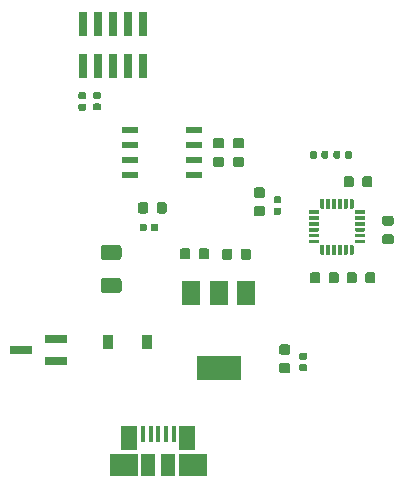
<source format=gbr>
G04 #@! TF.GenerationSoftware,KiCad,Pcbnew,(5.1.2-1)-1*
G04 #@! TF.CreationDate,2022-01-01T19:51:34+01:00*
G04 #@! TF.ProjectId,STM32G0_MPU6050_circle,53544d33-3247-4305-9f4d-505536303530,rev?*
G04 #@! TF.SameCoordinates,Original*
G04 #@! TF.FileFunction,Paste,Top*
G04 #@! TF.FilePolarity,Positive*
%FSLAX46Y46*%
G04 Gerber Fmt 4.6, Leading zero omitted, Abs format (unit mm)*
G04 Created by KiCad (PCBNEW (5.1.2-1)-1) date 2022-01-01 19:51:34*
%MOMM*%
%LPD*%
G04 APERTURE LIST*
%ADD10R,1.454899X0.532600*%
%ADD11C,0.100000*%
%ADD12C,0.300000*%
%ADD13C,0.590000*%
%ADD14C,0.875000*%
%ADD15R,0.900000X1.200000*%
%ADD16R,1.500000X2.000000*%
%ADD17R,3.800000X2.000000*%
%ADD18R,1.900000X0.800000*%
%ADD19R,0.750000X2.100000*%
%ADD20R,1.175000X1.900000*%
%ADD21R,2.375000X1.900000*%
%ADD22R,1.475000X2.100000*%
%ADD23R,0.450000X1.380000*%
%ADD24C,1.250000*%
G04 APERTURE END LIST*
D10*
X176511052Y-91354200D03*
X176511052Y-90084200D03*
X176511052Y-88814200D03*
X176511052Y-87544200D03*
X181953748Y-87544200D03*
X181953748Y-88814200D03*
X181953748Y-90084200D03*
X181953748Y-91354200D03*
D11*
G36*
X192473351Y-94334361D02*
G01*
X192480632Y-94335441D01*
X192487771Y-94337229D01*
X192494701Y-94339709D01*
X192501355Y-94342856D01*
X192507668Y-94346640D01*
X192513579Y-94351024D01*
X192519033Y-94355967D01*
X192523976Y-94361421D01*
X192528360Y-94367332D01*
X192532144Y-94373645D01*
X192535291Y-94380299D01*
X192537771Y-94387229D01*
X192539559Y-94394368D01*
X192540639Y-94401649D01*
X192541000Y-94409000D01*
X192541000Y-94559000D01*
X192540639Y-94566351D01*
X192539559Y-94573632D01*
X192537771Y-94580771D01*
X192535291Y-94587701D01*
X192532144Y-94594355D01*
X192528360Y-94600668D01*
X192523976Y-94606579D01*
X192519033Y-94612033D01*
X192513579Y-94616976D01*
X192507668Y-94621360D01*
X192501355Y-94625144D01*
X192494701Y-94628291D01*
X192487771Y-94630771D01*
X192480632Y-94632559D01*
X192473351Y-94633639D01*
X192466000Y-94634000D01*
X191766000Y-94634000D01*
X191758649Y-94633639D01*
X191751368Y-94632559D01*
X191744229Y-94630771D01*
X191737299Y-94628291D01*
X191730645Y-94625144D01*
X191724332Y-94621360D01*
X191718421Y-94616976D01*
X191712967Y-94612033D01*
X191708024Y-94606579D01*
X191703640Y-94600668D01*
X191699856Y-94594355D01*
X191696709Y-94587701D01*
X191694229Y-94580771D01*
X191692441Y-94573632D01*
X191691361Y-94566351D01*
X191691000Y-94559000D01*
X191691000Y-94409000D01*
X191691361Y-94401649D01*
X191692441Y-94394368D01*
X191694229Y-94387229D01*
X191696709Y-94380299D01*
X191699856Y-94373645D01*
X191703640Y-94367332D01*
X191708024Y-94361421D01*
X191712967Y-94355967D01*
X191718421Y-94351024D01*
X191724332Y-94346640D01*
X191730645Y-94342856D01*
X191737299Y-94339709D01*
X191744229Y-94337229D01*
X191751368Y-94335441D01*
X191758649Y-94334361D01*
X191766000Y-94334000D01*
X192466000Y-94334000D01*
X192473351Y-94334361D01*
X192473351Y-94334361D01*
G37*
D12*
X192116000Y-94484000D03*
D11*
G36*
X192473351Y-94834361D02*
G01*
X192480632Y-94835441D01*
X192487771Y-94837229D01*
X192494701Y-94839709D01*
X192501355Y-94842856D01*
X192507668Y-94846640D01*
X192513579Y-94851024D01*
X192519033Y-94855967D01*
X192523976Y-94861421D01*
X192528360Y-94867332D01*
X192532144Y-94873645D01*
X192535291Y-94880299D01*
X192537771Y-94887229D01*
X192539559Y-94894368D01*
X192540639Y-94901649D01*
X192541000Y-94909000D01*
X192541000Y-95059000D01*
X192540639Y-95066351D01*
X192539559Y-95073632D01*
X192537771Y-95080771D01*
X192535291Y-95087701D01*
X192532144Y-95094355D01*
X192528360Y-95100668D01*
X192523976Y-95106579D01*
X192519033Y-95112033D01*
X192513579Y-95116976D01*
X192507668Y-95121360D01*
X192501355Y-95125144D01*
X192494701Y-95128291D01*
X192487771Y-95130771D01*
X192480632Y-95132559D01*
X192473351Y-95133639D01*
X192466000Y-95134000D01*
X191766000Y-95134000D01*
X191758649Y-95133639D01*
X191751368Y-95132559D01*
X191744229Y-95130771D01*
X191737299Y-95128291D01*
X191730645Y-95125144D01*
X191724332Y-95121360D01*
X191718421Y-95116976D01*
X191712967Y-95112033D01*
X191708024Y-95106579D01*
X191703640Y-95100668D01*
X191699856Y-95094355D01*
X191696709Y-95087701D01*
X191694229Y-95080771D01*
X191692441Y-95073632D01*
X191691361Y-95066351D01*
X191691000Y-95059000D01*
X191691000Y-94909000D01*
X191691361Y-94901649D01*
X191692441Y-94894368D01*
X191694229Y-94887229D01*
X191696709Y-94880299D01*
X191699856Y-94873645D01*
X191703640Y-94867332D01*
X191708024Y-94861421D01*
X191712967Y-94855967D01*
X191718421Y-94851024D01*
X191724332Y-94846640D01*
X191730645Y-94842856D01*
X191737299Y-94839709D01*
X191744229Y-94837229D01*
X191751368Y-94835441D01*
X191758649Y-94834361D01*
X191766000Y-94834000D01*
X192466000Y-94834000D01*
X192473351Y-94834361D01*
X192473351Y-94834361D01*
G37*
D12*
X192116000Y-94984000D03*
D11*
G36*
X192473351Y-95334361D02*
G01*
X192480632Y-95335441D01*
X192487771Y-95337229D01*
X192494701Y-95339709D01*
X192501355Y-95342856D01*
X192507668Y-95346640D01*
X192513579Y-95351024D01*
X192519033Y-95355967D01*
X192523976Y-95361421D01*
X192528360Y-95367332D01*
X192532144Y-95373645D01*
X192535291Y-95380299D01*
X192537771Y-95387229D01*
X192539559Y-95394368D01*
X192540639Y-95401649D01*
X192541000Y-95409000D01*
X192541000Y-95559000D01*
X192540639Y-95566351D01*
X192539559Y-95573632D01*
X192537771Y-95580771D01*
X192535291Y-95587701D01*
X192532144Y-95594355D01*
X192528360Y-95600668D01*
X192523976Y-95606579D01*
X192519033Y-95612033D01*
X192513579Y-95616976D01*
X192507668Y-95621360D01*
X192501355Y-95625144D01*
X192494701Y-95628291D01*
X192487771Y-95630771D01*
X192480632Y-95632559D01*
X192473351Y-95633639D01*
X192466000Y-95634000D01*
X191766000Y-95634000D01*
X191758649Y-95633639D01*
X191751368Y-95632559D01*
X191744229Y-95630771D01*
X191737299Y-95628291D01*
X191730645Y-95625144D01*
X191724332Y-95621360D01*
X191718421Y-95616976D01*
X191712967Y-95612033D01*
X191708024Y-95606579D01*
X191703640Y-95600668D01*
X191699856Y-95594355D01*
X191696709Y-95587701D01*
X191694229Y-95580771D01*
X191692441Y-95573632D01*
X191691361Y-95566351D01*
X191691000Y-95559000D01*
X191691000Y-95409000D01*
X191691361Y-95401649D01*
X191692441Y-95394368D01*
X191694229Y-95387229D01*
X191696709Y-95380299D01*
X191699856Y-95373645D01*
X191703640Y-95367332D01*
X191708024Y-95361421D01*
X191712967Y-95355967D01*
X191718421Y-95351024D01*
X191724332Y-95346640D01*
X191730645Y-95342856D01*
X191737299Y-95339709D01*
X191744229Y-95337229D01*
X191751368Y-95335441D01*
X191758649Y-95334361D01*
X191766000Y-95334000D01*
X192466000Y-95334000D01*
X192473351Y-95334361D01*
X192473351Y-95334361D01*
G37*
D12*
X192116000Y-95484000D03*
D11*
G36*
X192473351Y-95834361D02*
G01*
X192480632Y-95835441D01*
X192487771Y-95837229D01*
X192494701Y-95839709D01*
X192501355Y-95842856D01*
X192507668Y-95846640D01*
X192513579Y-95851024D01*
X192519033Y-95855967D01*
X192523976Y-95861421D01*
X192528360Y-95867332D01*
X192532144Y-95873645D01*
X192535291Y-95880299D01*
X192537771Y-95887229D01*
X192539559Y-95894368D01*
X192540639Y-95901649D01*
X192541000Y-95909000D01*
X192541000Y-96059000D01*
X192540639Y-96066351D01*
X192539559Y-96073632D01*
X192537771Y-96080771D01*
X192535291Y-96087701D01*
X192532144Y-96094355D01*
X192528360Y-96100668D01*
X192523976Y-96106579D01*
X192519033Y-96112033D01*
X192513579Y-96116976D01*
X192507668Y-96121360D01*
X192501355Y-96125144D01*
X192494701Y-96128291D01*
X192487771Y-96130771D01*
X192480632Y-96132559D01*
X192473351Y-96133639D01*
X192466000Y-96134000D01*
X191766000Y-96134000D01*
X191758649Y-96133639D01*
X191751368Y-96132559D01*
X191744229Y-96130771D01*
X191737299Y-96128291D01*
X191730645Y-96125144D01*
X191724332Y-96121360D01*
X191718421Y-96116976D01*
X191712967Y-96112033D01*
X191708024Y-96106579D01*
X191703640Y-96100668D01*
X191699856Y-96094355D01*
X191696709Y-96087701D01*
X191694229Y-96080771D01*
X191692441Y-96073632D01*
X191691361Y-96066351D01*
X191691000Y-96059000D01*
X191691000Y-95909000D01*
X191691361Y-95901649D01*
X191692441Y-95894368D01*
X191694229Y-95887229D01*
X191696709Y-95880299D01*
X191699856Y-95873645D01*
X191703640Y-95867332D01*
X191708024Y-95861421D01*
X191712967Y-95855967D01*
X191718421Y-95851024D01*
X191724332Y-95846640D01*
X191730645Y-95842856D01*
X191737299Y-95839709D01*
X191744229Y-95837229D01*
X191751368Y-95835441D01*
X191758649Y-95834361D01*
X191766000Y-95834000D01*
X192466000Y-95834000D01*
X192473351Y-95834361D01*
X192473351Y-95834361D01*
G37*
D12*
X192116000Y-95984000D03*
D11*
G36*
X192473351Y-96334361D02*
G01*
X192480632Y-96335441D01*
X192487771Y-96337229D01*
X192494701Y-96339709D01*
X192501355Y-96342856D01*
X192507668Y-96346640D01*
X192513579Y-96351024D01*
X192519033Y-96355967D01*
X192523976Y-96361421D01*
X192528360Y-96367332D01*
X192532144Y-96373645D01*
X192535291Y-96380299D01*
X192537771Y-96387229D01*
X192539559Y-96394368D01*
X192540639Y-96401649D01*
X192541000Y-96409000D01*
X192541000Y-96559000D01*
X192540639Y-96566351D01*
X192539559Y-96573632D01*
X192537771Y-96580771D01*
X192535291Y-96587701D01*
X192532144Y-96594355D01*
X192528360Y-96600668D01*
X192523976Y-96606579D01*
X192519033Y-96612033D01*
X192513579Y-96616976D01*
X192507668Y-96621360D01*
X192501355Y-96625144D01*
X192494701Y-96628291D01*
X192487771Y-96630771D01*
X192480632Y-96632559D01*
X192473351Y-96633639D01*
X192466000Y-96634000D01*
X191766000Y-96634000D01*
X191758649Y-96633639D01*
X191751368Y-96632559D01*
X191744229Y-96630771D01*
X191737299Y-96628291D01*
X191730645Y-96625144D01*
X191724332Y-96621360D01*
X191718421Y-96616976D01*
X191712967Y-96612033D01*
X191708024Y-96606579D01*
X191703640Y-96600668D01*
X191699856Y-96594355D01*
X191696709Y-96587701D01*
X191694229Y-96580771D01*
X191692441Y-96573632D01*
X191691361Y-96566351D01*
X191691000Y-96559000D01*
X191691000Y-96409000D01*
X191691361Y-96401649D01*
X191692441Y-96394368D01*
X191694229Y-96387229D01*
X191696709Y-96380299D01*
X191699856Y-96373645D01*
X191703640Y-96367332D01*
X191708024Y-96361421D01*
X191712967Y-96355967D01*
X191718421Y-96351024D01*
X191724332Y-96346640D01*
X191730645Y-96342856D01*
X191737299Y-96339709D01*
X191744229Y-96337229D01*
X191751368Y-96335441D01*
X191758649Y-96334361D01*
X191766000Y-96334000D01*
X192466000Y-96334000D01*
X192473351Y-96334361D01*
X192473351Y-96334361D01*
G37*
D12*
X192116000Y-96484000D03*
D11*
G36*
X192473351Y-96834361D02*
G01*
X192480632Y-96835441D01*
X192487771Y-96837229D01*
X192494701Y-96839709D01*
X192501355Y-96842856D01*
X192507668Y-96846640D01*
X192513579Y-96851024D01*
X192519033Y-96855967D01*
X192523976Y-96861421D01*
X192528360Y-96867332D01*
X192532144Y-96873645D01*
X192535291Y-96880299D01*
X192537771Y-96887229D01*
X192539559Y-96894368D01*
X192540639Y-96901649D01*
X192541000Y-96909000D01*
X192541000Y-97059000D01*
X192540639Y-97066351D01*
X192539559Y-97073632D01*
X192537771Y-97080771D01*
X192535291Y-97087701D01*
X192532144Y-97094355D01*
X192528360Y-97100668D01*
X192523976Y-97106579D01*
X192519033Y-97112033D01*
X192513579Y-97116976D01*
X192507668Y-97121360D01*
X192501355Y-97125144D01*
X192494701Y-97128291D01*
X192487771Y-97130771D01*
X192480632Y-97132559D01*
X192473351Y-97133639D01*
X192466000Y-97134000D01*
X191766000Y-97134000D01*
X191758649Y-97133639D01*
X191751368Y-97132559D01*
X191744229Y-97130771D01*
X191737299Y-97128291D01*
X191730645Y-97125144D01*
X191724332Y-97121360D01*
X191718421Y-97116976D01*
X191712967Y-97112033D01*
X191708024Y-97106579D01*
X191703640Y-97100668D01*
X191699856Y-97094355D01*
X191696709Y-97087701D01*
X191694229Y-97080771D01*
X191692441Y-97073632D01*
X191691361Y-97066351D01*
X191691000Y-97059000D01*
X191691000Y-96909000D01*
X191691361Y-96901649D01*
X191692441Y-96894368D01*
X191694229Y-96887229D01*
X191696709Y-96880299D01*
X191699856Y-96873645D01*
X191703640Y-96867332D01*
X191708024Y-96861421D01*
X191712967Y-96855967D01*
X191718421Y-96851024D01*
X191724332Y-96846640D01*
X191730645Y-96842856D01*
X191737299Y-96839709D01*
X191744229Y-96837229D01*
X191751368Y-96835441D01*
X191758649Y-96834361D01*
X191766000Y-96834000D01*
X192466000Y-96834000D01*
X192473351Y-96834361D01*
X192473351Y-96834361D01*
G37*
D12*
X192116000Y-96984000D03*
D11*
G36*
X192898351Y-97259361D02*
G01*
X192905632Y-97260441D01*
X192912771Y-97262229D01*
X192919701Y-97264709D01*
X192926355Y-97267856D01*
X192932668Y-97271640D01*
X192938579Y-97276024D01*
X192944033Y-97280967D01*
X192948976Y-97286421D01*
X192953360Y-97292332D01*
X192957144Y-97298645D01*
X192960291Y-97305299D01*
X192962771Y-97312229D01*
X192964559Y-97319368D01*
X192965639Y-97326649D01*
X192966000Y-97334000D01*
X192966000Y-98034000D01*
X192965639Y-98041351D01*
X192964559Y-98048632D01*
X192962771Y-98055771D01*
X192960291Y-98062701D01*
X192957144Y-98069355D01*
X192953360Y-98075668D01*
X192948976Y-98081579D01*
X192944033Y-98087033D01*
X192938579Y-98091976D01*
X192932668Y-98096360D01*
X192926355Y-98100144D01*
X192919701Y-98103291D01*
X192912771Y-98105771D01*
X192905632Y-98107559D01*
X192898351Y-98108639D01*
X192891000Y-98109000D01*
X192741000Y-98109000D01*
X192733649Y-98108639D01*
X192726368Y-98107559D01*
X192719229Y-98105771D01*
X192712299Y-98103291D01*
X192705645Y-98100144D01*
X192699332Y-98096360D01*
X192693421Y-98091976D01*
X192687967Y-98087033D01*
X192683024Y-98081579D01*
X192678640Y-98075668D01*
X192674856Y-98069355D01*
X192671709Y-98062701D01*
X192669229Y-98055771D01*
X192667441Y-98048632D01*
X192666361Y-98041351D01*
X192666000Y-98034000D01*
X192666000Y-97334000D01*
X192666361Y-97326649D01*
X192667441Y-97319368D01*
X192669229Y-97312229D01*
X192671709Y-97305299D01*
X192674856Y-97298645D01*
X192678640Y-97292332D01*
X192683024Y-97286421D01*
X192687967Y-97280967D01*
X192693421Y-97276024D01*
X192699332Y-97271640D01*
X192705645Y-97267856D01*
X192712299Y-97264709D01*
X192719229Y-97262229D01*
X192726368Y-97260441D01*
X192733649Y-97259361D01*
X192741000Y-97259000D01*
X192891000Y-97259000D01*
X192898351Y-97259361D01*
X192898351Y-97259361D01*
G37*
D12*
X192816000Y-97684000D03*
D11*
G36*
X193398351Y-97259361D02*
G01*
X193405632Y-97260441D01*
X193412771Y-97262229D01*
X193419701Y-97264709D01*
X193426355Y-97267856D01*
X193432668Y-97271640D01*
X193438579Y-97276024D01*
X193444033Y-97280967D01*
X193448976Y-97286421D01*
X193453360Y-97292332D01*
X193457144Y-97298645D01*
X193460291Y-97305299D01*
X193462771Y-97312229D01*
X193464559Y-97319368D01*
X193465639Y-97326649D01*
X193466000Y-97334000D01*
X193466000Y-98034000D01*
X193465639Y-98041351D01*
X193464559Y-98048632D01*
X193462771Y-98055771D01*
X193460291Y-98062701D01*
X193457144Y-98069355D01*
X193453360Y-98075668D01*
X193448976Y-98081579D01*
X193444033Y-98087033D01*
X193438579Y-98091976D01*
X193432668Y-98096360D01*
X193426355Y-98100144D01*
X193419701Y-98103291D01*
X193412771Y-98105771D01*
X193405632Y-98107559D01*
X193398351Y-98108639D01*
X193391000Y-98109000D01*
X193241000Y-98109000D01*
X193233649Y-98108639D01*
X193226368Y-98107559D01*
X193219229Y-98105771D01*
X193212299Y-98103291D01*
X193205645Y-98100144D01*
X193199332Y-98096360D01*
X193193421Y-98091976D01*
X193187967Y-98087033D01*
X193183024Y-98081579D01*
X193178640Y-98075668D01*
X193174856Y-98069355D01*
X193171709Y-98062701D01*
X193169229Y-98055771D01*
X193167441Y-98048632D01*
X193166361Y-98041351D01*
X193166000Y-98034000D01*
X193166000Y-97334000D01*
X193166361Y-97326649D01*
X193167441Y-97319368D01*
X193169229Y-97312229D01*
X193171709Y-97305299D01*
X193174856Y-97298645D01*
X193178640Y-97292332D01*
X193183024Y-97286421D01*
X193187967Y-97280967D01*
X193193421Y-97276024D01*
X193199332Y-97271640D01*
X193205645Y-97267856D01*
X193212299Y-97264709D01*
X193219229Y-97262229D01*
X193226368Y-97260441D01*
X193233649Y-97259361D01*
X193241000Y-97259000D01*
X193391000Y-97259000D01*
X193398351Y-97259361D01*
X193398351Y-97259361D01*
G37*
D12*
X193316000Y-97684000D03*
D11*
G36*
X193898351Y-97259361D02*
G01*
X193905632Y-97260441D01*
X193912771Y-97262229D01*
X193919701Y-97264709D01*
X193926355Y-97267856D01*
X193932668Y-97271640D01*
X193938579Y-97276024D01*
X193944033Y-97280967D01*
X193948976Y-97286421D01*
X193953360Y-97292332D01*
X193957144Y-97298645D01*
X193960291Y-97305299D01*
X193962771Y-97312229D01*
X193964559Y-97319368D01*
X193965639Y-97326649D01*
X193966000Y-97334000D01*
X193966000Y-98034000D01*
X193965639Y-98041351D01*
X193964559Y-98048632D01*
X193962771Y-98055771D01*
X193960291Y-98062701D01*
X193957144Y-98069355D01*
X193953360Y-98075668D01*
X193948976Y-98081579D01*
X193944033Y-98087033D01*
X193938579Y-98091976D01*
X193932668Y-98096360D01*
X193926355Y-98100144D01*
X193919701Y-98103291D01*
X193912771Y-98105771D01*
X193905632Y-98107559D01*
X193898351Y-98108639D01*
X193891000Y-98109000D01*
X193741000Y-98109000D01*
X193733649Y-98108639D01*
X193726368Y-98107559D01*
X193719229Y-98105771D01*
X193712299Y-98103291D01*
X193705645Y-98100144D01*
X193699332Y-98096360D01*
X193693421Y-98091976D01*
X193687967Y-98087033D01*
X193683024Y-98081579D01*
X193678640Y-98075668D01*
X193674856Y-98069355D01*
X193671709Y-98062701D01*
X193669229Y-98055771D01*
X193667441Y-98048632D01*
X193666361Y-98041351D01*
X193666000Y-98034000D01*
X193666000Y-97334000D01*
X193666361Y-97326649D01*
X193667441Y-97319368D01*
X193669229Y-97312229D01*
X193671709Y-97305299D01*
X193674856Y-97298645D01*
X193678640Y-97292332D01*
X193683024Y-97286421D01*
X193687967Y-97280967D01*
X193693421Y-97276024D01*
X193699332Y-97271640D01*
X193705645Y-97267856D01*
X193712299Y-97264709D01*
X193719229Y-97262229D01*
X193726368Y-97260441D01*
X193733649Y-97259361D01*
X193741000Y-97259000D01*
X193891000Y-97259000D01*
X193898351Y-97259361D01*
X193898351Y-97259361D01*
G37*
D12*
X193816000Y-97684000D03*
D11*
G36*
X194398351Y-97259361D02*
G01*
X194405632Y-97260441D01*
X194412771Y-97262229D01*
X194419701Y-97264709D01*
X194426355Y-97267856D01*
X194432668Y-97271640D01*
X194438579Y-97276024D01*
X194444033Y-97280967D01*
X194448976Y-97286421D01*
X194453360Y-97292332D01*
X194457144Y-97298645D01*
X194460291Y-97305299D01*
X194462771Y-97312229D01*
X194464559Y-97319368D01*
X194465639Y-97326649D01*
X194466000Y-97334000D01*
X194466000Y-98034000D01*
X194465639Y-98041351D01*
X194464559Y-98048632D01*
X194462771Y-98055771D01*
X194460291Y-98062701D01*
X194457144Y-98069355D01*
X194453360Y-98075668D01*
X194448976Y-98081579D01*
X194444033Y-98087033D01*
X194438579Y-98091976D01*
X194432668Y-98096360D01*
X194426355Y-98100144D01*
X194419701Y-98103291D01*
X194412771Y-98105771D01*
X194405632Y-98107559D01*
X194398351Y-98108639D01*
X194391000Y-98109000D01*
X194241000Y-98109000D01*
X194233649Y-98108639D01*
X194226368Y-98107559D01*
X194219229Y-98105771D01*
X194212299Y-98103291D01*
X194205645Y-98100144D01*
X194199332Y-98096360D01*
X194193421Y-98091976D01*
X194187967Y-98087033D01*
X194183024Y-98081579D01*
X194178640Y-98075668D01*
X194174856Y-98069355D01*
X194171709Y-98062701D01*
X194169229Y-98055771D01*
X194167441Y-98048632D01*
X194166361Y-98041351D01*
X194166000Y-98034000D01*
X194166000Y-97334000D01*
X194166361Y-97326649D01*
X194167441Y-97319368D01*
X194169229Y-97312229D01*
X194171709Y-97305299D01*
X194174856Y-97298645D01*
X194178640Y-97292332D01*
X194183024Y-97286421D01*
X194187967Y-97280967D01*
X194193421Y-97276024D01*
X194199332Y-97271640D01*
X194205645Y-97267856D01*
X194212299Y-97264709D01*
X194219229Y-97262229D01*
X194226368Y-97260441D01*
X194233649Y-97259361D01*
X194241000Y-97259000D01*
X194391000Y-97259000D01*
X194398351Y-97259361D01*
X194398351Y-97259361D01*
G37*
D12*
X194316000Y-97684000D03*
D11*
G36*
X194898351Y-97259361D02*
G01*
X194905632Y-97260441D01*
X194912771Y-97262229D01*
X194919701Y-97264709D01*
X194926355Y-97267856D01*
X194932668Y-97271640D01*
X194938579Y-97276024D01*
X194944033Y-97280967D01*
X194948976Y-97286421D01*
X194953360Y-97292332D01*
X194957144Y-97298645D01*
X194960291Y-97305299D01*
X194962771Y-97312229D01*
X194964559Y-97319368D01*
X194965639Y-97326649D01*
X194966000Y-97334000D01*
X194966000Y-98034000D01*
X194965639Y-98041351D01*
X194964559Y-98048632D01*
X194962771Y-98055771D01*
X194960291Y-98062701D01*
X194957144Y-98069355D01*
X194953360Y-98075668D01*
X194948976Y-98081579D01*
X194944033Y-98087033D01*
X194938579Y-98091976D01*
X194932668Y-98096360D01*
X194926355Y-98100144D01*
X194919701Y-98103291D01*
X194912771Y-98105771D01*
X194905632Y-98107559D01*
X194898351Y-98108639D01*
X194891000Y-98109000D01*
X194741000Y-98109000D01*
X194733649Y-98108639D01*
X194726368Y-98107559D01*
X194719229Y-98105771D01*
X194712299Y-98103291D01*
X194705645Y-98100144D01*
X194699332Y-98096360D01*
X194693421Y-98091976D01*
X194687967Y-98087033D01*
X194683024Y-98081579D01*
X194678640Y-98075668D01*
X194674856Y-98069355D01*
X194671709Y-98062701D01*
X194669229Y-98055771D01*
X194667441Y-98048632D01*
X194666361Y-98041351D01*
X194666000Y-98034000D01*
X194666000Y-97334000D01*
X194666361Y-97326649D01*
X194667441Y-97319368D01*
X194669229Y-97312229D01*
X194671709Y-97305299D01*
X194674856Y-97298645D01*
X194678640Y-97292332D01*
X194683024Y-97286421D01*
X194687967Y-97280967D01*
X194693421Y-97276024D01*
X194699332Y-97271640D01*
X194705645Y-97267856D01*
X194712299Y-97264709D01*
X194719229Y-97262229D01*
X194726368Y-97260441D01*
X194733649Y-97259361D01*
X194741000Y-97259000D01*
X194891000Y-97259000D01*
X194898351Y-97259361D01*
X194898351Y-97259361D01*
G37*
D12*
X194816000Y-97684000D03*
D11*
G36*
X195398351Y-97259361D02*
G01*
X195405632Y-97260441D01*
X195412771Y-97262229D01*
X195419701Y-97264709D01*
X195426355Y-97267856D01*
X195432668Y-97271640D01*
X195438579Y-97276024D01*
X195444033Y-97280967D01*
X195448976Y-97286421D01*
X195453360Y-97292332D01*
X195457144Y-97298645D01*
X195460291Y-97305299D01*
X195462771Y-97312229D01*
X195464559Y-97319368D01*
X195465639Y-97326649D01*
X195466000Y-97334000D01*
X195466000Y-98034000D01*
X195465639Y-98041351D01*
X195464559Y-98048632D01*
X195462771Y-98055771D01*
X195460291Y-98062701D01*
X195457144Y-98069355D01*
X195453360Y-98075668D01*
X195448976Y-98081579D01*
X195444033Y-98087033D01*
X195438579Y-98091976D01*
X195432668Y-98096360D01*
X195426355Y-98100144D01*
X195419701Y-98103291D01*
X195412771Y-98105771D01*
X195405632Y-98107559D01*
X195398351Y-98108639D01*
X195391000Y-98109000D01*
X195241000Y-98109000D01*
X195233649Y-98108639D01*
X195226368Y-98107559D01*
X195219229Y-98105771D01*
X195212299Y-98103291D01*
X195205645Y-98100144D01*
X195199332Y-98096360D01*
X195193421Y-98091976D01*
X195187967Y-98087033D01*
X195183024Y-98081579D01*
X195178640Y-98075668D01*
X195174856Y-98069355D01*
X195171709Y-98062701D01*
X195169229Y-98055771D01*
X195167441Y-98048632D01*
X195166361Y-98041351D01*
X195166000Y-98034000D01*
X195166000Y-97334000D01*
X195166361Y-97326649D01*
X195167441Y-97319368D01*
X195169229Y-97312229D01*
X195171709Y-97305299D01*
X195174856Y-97298645D01*
X195178640Y-97292332D01*
X195183024Y-97286421D01*
X195187967Y-97280967D01*
X195193421Y-97276024D01*
X195199332Y-97271640D01*
X195205645Y-97267856D01*
X195212299Y-97264709D01*
X195219229Y-97262229D01*
X195226368Y-97260441D01*
X195233649Y-97259361D01*
X195241000Y-97259000D01*
X195391000Y-97259000D01*
X195398351Y-97259361D01*
X195398351Y-97259361D01*
G37*
D12*
X195316000Y-97684000D03*
D11*
G36*
X196373351Y-96834361D02*
G01*
X196380632Y-96835441D01*
X196387771Y-96837229D01*
X196394701Y-96839709D01*
X196401355Y-96842856D01*
X196407668Y-96846640D01*
X196413579Y-96851024D01*
X196419033Y-96855967D01*
X196423976Y-96861421D01*
X196428360Y-96867332D01*
X196432144Y-96873645D01*
X196435291Y-96880299D01*
X196437771Y-96887229D01*
X196439559Y-96894368D01*
X196440639Y-96901649D01*
X196441000Y-96909000D01*
X196441000Y-97059000D01*
X196440639Y-97066351D01*
X196439559Y-97073632D01*
X196437771Y-97080771D01*
X196435291Y-97087701D01*
X196432144Y-97094355D01*
X196428360Y-97100668D01*
X196423976Y-97106579D01*
X196419033Y-97112033D01*
X196413579Y-97116976D01*
X196407668Y-97121360D01*
X196401355Y-97125144D01*
X196394701Y-97128291D01*
X196387771Y-97130771D01*
X196380632Y-97132559D01*
X196373351Y-97133639D01*
X196366000Y-97134000D01*
X195666000Y-97134000D01*
X195658649Y-97133639D01*
X195651368Y-97132559D01*
X195644229Y-97130771D01*
X195637299Y-97128291D01*
X195630645Y-97125144D01*
X195624332Y-97121360D01*
X195618421Y-97116976D01*
X195612967Y-97112033D01*
X195608024Y-97106579D01*
X195603640Y-97100668D01*
X195599856Y-97094355D01*
X195596709Y-97087701D01*
X195594229Y-97080771D01*
X195592441Y-97073632D01*
X195591361Y-97066351D01*
X195591000Y-97059000D01*
X195591000Y-96909000D01*
X195591361Y-96901649D01*
X195592441Y-96894368D01*
X195594229Y-96887229D01*
X195596709Y-96880299D01*
X195599856Y-96873645D01*
X195603640Y-96867332D01*
X195608024Y-96861421D01*
X195612967Y-96855967D01*
X195618421Y-96851024D01*
X195624332Y-96846640D01*
X195630645Y-96842856D01*
X195637299Y-96839709D01*
X195644229Y-96837229D01*
X195651368Y-96835441D01*
X195658649Y-96834361D01*
X195666000Y-96834000D01*
X196366000Y-96834000D01*
X196373351Y-96834361D01*
X196373351Y-96834361D01*
G37*
D12*
X196016000Y-96984000D03*
D11*
G36*
X196373351Y-96334361D02*
G01*
X196380632Y-96335441D01*
X196387771Y-96337229D01*
X196394701Y-96339709D01*
X196401355Y-96342856D01*
X196407668Y-96346640D01*
X196413579Y-96351024D01*
X196419033Y-96355967D01*
X196423976Y-96361421D01*
X196428360Y-96367332D01*
X196432144Y-96373645D01*
X196435291Y-96380299D01*
X196437771Y-96387229D01*
X196439559Y-96394368D01*
X196440639Y-96401649D01*
X196441000Y-96409000D01*
X196441000Y-96559000D01*
X196440639Y-96566351D01*
X196439559Y-96573632D01*
X196437771Y-96580771D01*
X196435291Y-96587701D01*
X196432144Y-96594355D01*
X196428360Y-96600668D01*
X196423976Y-96606579D01*
X196419033Y-96612033D01*
X196413579Y-96616976D01*
X196407668Y-96621360D01*
X196401355Y-96625144D01*
X196394701Y-96628291D01*
X196387771Y-96630771D01*
X196380632Y-96632559D01*
X196373351Y-96633639D01*
X196366000Y-96634000D01*
X195666000Y-96634000D01*
X195658649Y-96633639D01*
X195651368Y-96632559D01*
X195644229Y-96630771D01*
X195637299Y-96628291D01*
X195630645Y-96625144D01*
X195624332Y-96621360D01*
X195618421Y-96616976D01*
X195612967Y-96612033D01*
X195608024Y-96606579D01*
X195603640Y-96600668D01*
X195599856Y-96594355D01*
X195596709Y-96587701D01*
X195594229Y-96580771D01*
X195592441Y-96573632D01*
X195591361Y-96566351D01*
X195591000Y-96559000D01*
X195591000Y-96409000D01*
X195591361Y-96401649D01*
X195592441Y-96394368D01*
X195594229Y-96387229D01*
X195596709Y-96380299D01*
X195599856Y-96373645D01*
X195603640Y-96367332D01*
X195608024Y-96361421D01*
X195612967Y-96355967D01*
X195618421Y-96351024D01*
X195624332Y-96346640D01*
X195630645Y-96342856D01*
X195637299Y-96339709D01*
X195644229Y-96337229D01*
X195651368Y-96335441D01*
X195658649Y-96334361D01*
X195666000Y-96334000D01*
X196366000Y-96334000D01*
X196373351Y-96334361D01*
X196373351Y-96334361D01*
G37*
D12*
X196016000Y-96484000D03*
D11*
G36*
X196373351Y-95834361D02*
G01*
X196380632Y-95835441D01*
X196387771Y-95837229D01*
X196394701Y-95839709D01*
X196401355Y-95842856D01*
X196407668Y-95846640D01*
X196413579Y-95851024D01*
X196419033Y-95855967D01*
X196423976Y-95861421D01*
X196428360Y-95867332D01*
X196432144Y-95873645D01*
X196435291Y-95880299D01*
X196437771Y-95887229D01*
X196439559Y-95894368D01*
X196440639Y-95901649D01*
X196441000Y-95909000D01*
X196441000Y-96059000D01*
X196440639Y-96066351D01*
X196439559Y-96073632D01*
X196437771Y-96080771D01*
X196435291Y-96087701D01*
X196432144Y-96094355D01*
X196428360Y-96100668D01*
X196423976Y-96106579D01*
X196419033Y-96112033D01*
X196413579Y-96116976D01*
X196407668Y-96121360D01*
X196401355Y-96125144D01*
X196394701Y-96128291D01*
X196387771Y-96130771D01*
X196380632Y-96132559D01*
X196373351Y-96133639D01*
X196366000Y-96134000D01*
X195666000Y-96134000D01*
X195658649Y-96133639D01*
X195651368Y-96132559D01*
X195644229Y-96130771D01*
X195637299Y-96128291D01*
X195630645Y-96125144D01*
X195624332Y-96121360D01*
X195618421Y-96116976D01*
X195612967Y-96112033D01*
X195608024Y-96106579D01*
X195603640Y-96100668D01*
X195599856Y-96094355D01*
X195596709Y-96087701D01*
X195594229Y-96080771D01*
X195592441Y-96073632D01*
X195591361Y-96066351D01*
X195591000Y-96059000D01*
X195591000Y-95909000D01*
X195591361Y-95901649D01*
X195592441Y-95894368D01*
X195594229Y-95887229D01*
X195596709Y-95880299D01*
X195599856Y-95873645D01*
X195603640Y-95867332D01*
X195608024Y-95861421D01*
X195612967Y-95855967D01*
X195618421Y-95851024D01*
X195624332Y-95846640D01*
X195630645Y-95842856D01*
X195637299Y-95839709D01*
X195644229Y-95837229D01*
X195651368Y-95835441D01*
X195658649Y-95834361D01*
X195666000Y-95834000D01*
X196366000Y-95834000D01*
X196373351Y-95834361D01*
X196373351Y-95834361D01*
G37*
D12*
X196016000Y-95984000D03*
D11*
G36*
X196373351Y-95334361D02*
G01*
X196380632Y-95335441D01*
X196387771Y-95337229D01*
X196394701Y-95339709D01*
X196401355Y-95342856D01*
X196407668Y-95346640D01*
X196413579Y-95351024D01*
X196419033Y-95355967D01*
X196423976Y-95361421D01*
X196428360Y-95367332D01*
X196432144Y-95373645D01*
X196435291Y-95380299D01*
X196437771Y-95387229D01*
X196439559Y-95394368D01*
X196440639Y-95401649D01*
X196441000Y-95409000D01*
X196441000Y-95559000D01*
X196440639Y-95566351D01*
X196439559Y-95573632D01*
X196437771Y-95580771D01*
X196435291Y-95587701D01*
X196432144Y-95594355D01*
X196428360Y-95600668D01*
X196423976Y-95606579D01*
X196419033Y-95612033D01*
X196413579Y-95616976D01*
X196407668Y-95621360D01*
X196401355Y-95625144D01*
X196394701Y-95628291D01*
X196387771Y-95630771D01*
X196380632Y-95632559D01*
X196373351Y-95633639D01*
X196366000Y-95634000D01*
X195666000Y-95634000D01*
X195658649Y-95633639D01*
X195651368Y-95632559D01*
X195644229Y-95630771D01*
X195637299Y-95628291D01*
X195630645Y-95625144D01*
X195624332Y-95621360D01*
X195618421Y-95616976D01*
X195612967Y-95612033D01*
X195608024Y-95606579D01*
X195603640Y-95600668D01*
X195599856Y-95594355D01*
X195596709Y-95587701D01*
X195594229Y-95580771D01*
X195592441Y-95573632D01*
X195591361Y-95566351D01*
X195591000Y-95559000D01*
X195591000Y-95409000D01*
X195591361Y-95401649D01*
X195592441Y-95394368D01*
X195594229Y-95387229D01*
X195596709Y-95380299D01*
X195599856Y-95373645D01*
X195603640Y-95367332D01*
X195608024Y-95361421D01*
X195612967Y-95355967D01*
X195618421Y-95351024D01*
X195624332Y-95346640D01*
X195630645Y-95342856D01*
X195637299Y-95339709D01*
X195644229Y-95337229D01*
X195651368Y-95335441D01*
X195658649Y-95334361D01*
X195666000Y-95334000D01*
X196366000Y-95334000D01*
X196373351Y-95334361D01*
X196373351Y-95334361D01*
G37*
D12*
X196016000Y-95484000D03*
D11*
G36*
X196373351Y-94834361D02*
G01*
X196380632Y-94835441D01*
X196387771Y-94837229D01*
X196394701Y-94839709D01*
X196401355Y-94842856D01*
X196407668Y-94846640D01*
X196413579Y-94851024D01*
X196419033Y-94855967D01*
X196423976Y-94861421D01*
X196428360Y-94867332D01*
X196432144Y-94873645D01*
X196435291Y-94880299D01*
X196437771Y-94887229D01*
X196439559Y-94894368D01*
X196440639Y-94901649D01*
X196441000Y-94909000D01*
X196441000Y-95059000D01*
X196440639Y-95066351D01*
X196439559Y-95073632D01*
X196437771Y-95080771D01*
X196435291Y-95087701D01*
X196432144Y-95094355D01*
X196428360Y-95100668D01*
X196423976Y-95106579D01*
X196419033Y-95112033D01*
X196413579Y-95116976D01*
X196407668Y-95121360D01*
X196401355Y-95125144D01*
X196394701Y-95128291D01*
X196387771Y-95130771D01*
X196380632Y-95132559D01*
X196373351Y-95133639D01*
X196366000Y-95134000D01*
X195666000Y-95134000D01*
X195658649Y-95133639D01*
X195651368Y-95132559D01*
X195644229Y-95130771D01*
X195637299Y-95128291D01*
X195630645Y-95125144D01*
X195624332Y-95121360D01*
X195618421Y-95116976D01*
X195612967Y-95112033D01*
X195608024Y-95106579D01*
X195603640Y-95100668D01*
X195599856Y-95094355D01*
X195596709Y-95087701D01*
X195594229Y-95080771D01*
X195592441Y-95073632D01*
X195591361Y-95066351D01*
X195591000Y-95059000D01*
X195591000Y-94909000D01*
X195591361Y-94901649D01*
X195592441Y-94894368D01*
X195594229Y-94887229D01*
X195596709Y-94880299D01*
X195599856Y-94873645D01*
X195603640Y-94867332D01*
X195608024Y-94861421D01*
X195612967Y-94855967D01*
X195618421Y-94851024D01*
X195624332Y-94846640D01*
X195630645Y-94842856D01*
X195637299Y-94839709D01*
X195644229Y-94837229D01*
X195651368Y-94835441D01*
X195658649Y-94834361D01*
X195666000Y-94834000D01*
X196366000Y-94834000D01*
X196373351Y-94834361D01*
X196373351Y-94834361D01*
G37*
D12*
X196016000Y-94984000D03*
D11*
G36*
X196373351Y-94334361D02*
G01*
X196380632Y-94335441D01*
X196387771Y-94337229D01*
X196394701Y-94339709D01*
X196401355Y-94342856D01*
X196407668Y-94346640D01*
X196413579Y-94351024D01*
X196419033Y-94355967D01*
X196423976Y-94361421D01*
X196428360Y-94367332D01*
X196432144Y-94373645D01*
X196435291Y-94380299D01*
X196437771Y-94387229D01*
X196439559Y-94394368D01*
X196440639Y-94401649D01*
X196441000Y-94409000D01*
X196441000Y-94559000D01*
X196440639Y-94566351D01*
X196439559Y-94573632D01*
X196437771Y-94580771D01*
X196435291Y-94587701D01*
X196432144Y-94594355D01*
X196428360Y-94600668D01*
X196423976Y-94606579D01*
X196419033Y-94612033D01*
X196413579Y-94616976D01*
X196407668Y-94621360D01*
X196401355Y-94625144D01*
X196394701Y-94628291D01*
X196387771Y-94630771D01*
X196380632Y-94632559D01*
X196373351Y-94633639D01*
X196366000Y-94634000D01*
X195666000Y-94634000D01*
X195658649Y-94633639D01*
X195651368Y-94632559D01*
X195644229Y-94630771D01*
X195637299Y-94628291D01*
X195630645Y-94625144D01*
X195624332Y-94621360D01*
X195618421Y-94616976D01*
X195612967Y-94612033D01*
X195608024Y-94606579D01*
X195603640Y-94600668D01*
X195599856Y-94594355D01*
X195596709Y-94587701D01*
X195594229Y-94580771D01*
X195592441Y-94573632D01*
X195591361Y-94566351D01*
X195591000Y-94559000D01*
X195591000Y-94409000D01*
X195591361Y-94401649D01*
X195592441Y-94394368D01*
X195594229Y-94387229D01*
X195596709Y-94380299D01*
X195599856Y-94373645D01*
X195603640Y-94367332D01*
X195608024Y-94361421D01*
X195612967Y-94355967D01*
X195618421Y-94351024D01*
X195624332Y-94346640D01*
X195630645Y-94342856D01*
X195637299Y-94339709D01*
X195644229Y-94337229D01*
X195651368Y-94335441D01*
X195658649Y-94334361D01*
X195666000Y-94334000D01*
X196366000Y-94334000D01*
X196373351Y-94334361D01*
X196373351Y-94334361D01*
G37*
D12*
X196016000Y-94484000D03*
D11*
G36*
X195398351Y-93359361D02*
G01*
X195405632Y-93360441D01*
X195412771Y-93362229D01*
X195419701Y-93364709D01*
X195426355Y-93367856D01*
X195432668Y-93371640D01*
X195438579Y-93376024D01*
X195444033Y-93380967D01*
X195448976Y-93386421D01*
X195453360Y-93392332D01*
X195457144Y-93398645D01*
X195460291Y-93405299D01*
X195462771Y-93412229D01*
X195464559Y-93419368D01*
X195465639Y-93426649D01*
X195466000Y-93434000D01*
X195466000Y-94134000D01*
X195465639Y-94141351D01*
X195464559Y-94148632D01*
X195462771Y-94155771D01*
X195460291Y-94162701D01*
X195457144Y-94169355D01*
X195453360Y-94175668D01*
X195448976Y-94181579D01*
X195444033Y-94187033D01*
X195438579Y-94191976D01*
X195432668Y-94196360D01*
X195426355Y-94200144D01*
X195419701Y-94203291D01*
X195412771Y-94205771D01*
X195405632Y-94207559D01*
X195398351Y-94208639D01*
X195391000Y-94209000D01*
X195241000Y-94209000D01*
X195233649Y-94208639D01*
X195226368Y-94207559D01*
X195219229Y-94205771D01*
X195212299Y-94203291D01*
X195205645Y-94200144D01*
X195199332Y-94196360D01*
X195193421Y-94191976D01*
X195187967Y-94187033D01*
X195183024Y-94181579D01*
X195178640Y-94175668D01*
X195174856Y-94169355D01*
X195171709Y-94162701D01*
X195169229Y-94155771D01*
X195167441Y-94148632D01*
X195166361Y-94141351D01*
X195166000Y-94134000D01*
X195166000Y-93434000D01*
X195166361Y-93426649D01*
X195167441Y-93419368D01*
X195169229Y-93412229D01*
X195171709Y-93405299D01*
X195174856Y-93398645D01*
X195178640Y-93392332D01*
X195183024Y-93386421D01*
X195187967Y-93380967D01*
X195193421Y-93376024D01*
X195199332Y-93371640D01*
X195205645Y-93367856D01*
X195212299Y-93364709D01*
X195219229Y-93362229D01*
X195226368Y-93360441D01*
X195233649Y-93359361D01*
X195241000Y-93359000D01*
X195391000Y-93359000D01*
X195398351Y-93359361D01*
X195398351Y-93359361D01*
G37*
D12*
X195316000Y-93784000D03*
D11*
G36*
X194898351Y-93359361D02*
G01*
X194905632Y-93360441D01*
X194912771Y-93362229D01*
X194919701Y-93364709D01*
X194926355Y-93367856D01*
X194932668Y-93371640D01*
X194938579Y-93376024D01*
X194944033Y-93380967D01*
X194948976Y-93386421D01*
X194953360Y-93392332D01*
X194957144Y-93398645D01*
X194960291Y-93405299D01*
X194962771Y-93412229D01*
X194964559Y-93419368D01*
X194965639Y-93426649D01*
X194966000Y-93434000D01*
X194966000Y-94134000D01*
X194965639Y-94141351D01*
X194964559Y-94148632D01*
X194962771Y-94155771D01*
X194960291Y-94162701D01*
X194957144Y-94169355D01*
X194953360Y-94175668D01*
X194948976Y-94181579D01*
X194944033Y-94187033D01*
X194938579Y-94191976D01*
X194932668Y-94196360D01*
X194926355Y-94200144D01*
X194919701Y-94203291D01*
X194912771Y-94205771D01*
X194905632Y-94207559D01*
X194898351Y-94208639D01*
X194891000Y-94209000D01*
X194741000Y-94209000D01*
X194733649Y-94208639D01*
X194726368Y-94207559D01*
X194719229Y-94205771D01*
X194712299Y-94203291D01*
X194705645Y-94200144D01*
X194699332Y-94196360D01*
X194693421Y-94191976D01*
X194687967Y-94187033D01*
X194683024Y-94181579D01*
X194678640Y-94175668D01*
X194674856Y-94169355D01*
X194671709Y-94162701D01*
X194669229Y-94155771D01*
X194667441Y-94148632D01*
X194666361Y-94141351D01*
X194666000Y-94134000D01*
X194666000Y-93434000D01*
X194666361Y-93426649D01*
X194667441Y-93419368D01*
X194669229Y-93412229D01*
X194671709Y-93405299D01*
X194674856Y-93398645D01*
X194678640Y-93392332D01*
X194683024Y-93386421D01*
X194687967Y-93380967D01*
X194693421Y-93376024D01*
X194699332Y-93371640D01*
X194705645Y-93367856D01*
X194712299Y-93364709D01*
X194719229Y-93362229D01*
X194726368Y-93360441D01*
X194733649Y-93359361D01*
X194741000Y-93359000D01*
X194891000Y-93359000D01*
X194898351Y-93359361D01*
X194898351Y-93359361D01*
G37*
D12*
X194816000Y-93784000D03*
D11*
G36*
X194398351Y-93359361D02*
G01*
X194405632Y-93360441D01*
X194412771Y-93362229D01*
X194419701Y-93364709D01*
X194426355Y-93367856D01*
X194432668Y-93371640D01*
X194438579Y-93376024D01*
X194444033Y-93380967D01*
X194448976Y-93386421D01*
X194453360Y-93392332D01*
X194457144Y-93398645D01*
X194460291Y-93405299D01*
X194462771Y-93412229D01*
X194464559Y-93419368D01*
X194465639Y-93426649D01*
X194466000Y-93434000D01*
X194466000Y-94134000D01*
X194465639Y-94141351D01*
X194464559Y-94148632D01*
X194462771Y-94155771D01*
X194460291Y-94162701D01*
X194457144Y-94169355D01*
X194453360Y-94175668D01*
X194448976Y-94181579D01*
X194444033Y-94187033D01*
X194438579Y-94191976D01*
X194432668Y-94196360D01*
X194426355Y-94200144D01*
X194419701Y-94203291D01*
X194412771Y-94205771D01*
X194405632Y-94207559D01*
X194398351Y-94208639D01*
X194391000Y-94209000D01*
X194241000Y-94209000D01*
X194233649Y-94208639D01*
X194226368Y-94207559D01*
X194219229Y-94205771D01*
X194212299Y-94203291D01*
X194205645Y-94200144D01*
X194199332Y-94196360D01*
X194193421Y-94191976D01*
X194187967Y-94187033D01*
X194183024Y-94181579D01*
X194178640Y-94175668D01*
X194174856Y-94169355D01*
X194171709Y-94162701D01*
X194169229Y-94155771D01*
X194167441Y-94148632D01*
X194166361Y-94141351D01*
X194166000Y-94134000D01*
X194166000Y-93434000D01*
X194166361Y-93426649D01*
X194167441Y-93419368D01*
X194169229Y-93412229D01*
X194171709Y-93405299D01*
X194174856Y-93398645D01*
X194178640Y-93392332D01*
X194183024Y-93386421D01*
X194187967Y-93380967D01*
X194193421Y-93376024D01*
X194199332Y-93371640D01*
X194205645Y-93367856D01*
X194212299Y-93364709D01*
X194219229Y-93362229D01*
X194226368Y-93360441D01*
X194233649Y-93359361D01*
X194241000Y-93359000D01*
X194391000Y-93359000D01*
X194398351Y-93359361D01*
X194398351Y-93359361D01*
G37*
D12*
X194316000Y-93784000D03*
D11*
G36*
X193898351Y-93359361D02*
G01*
X193905632Y-93360441D01*
X193912771Y-93362229D01*
X193919701Y-93364709D01*
X193926355Y-93367856D01*
X193932668Y-93371640D01*
X193938579Y-93376024D01*
X193944033Y-93380967D01*
X193948976Y-93386421D01*
X193953360Y-93392332D01*
X193957144Y-93398645D01*
X193960291Y-93405299D01*
X193962771Y-93412229D01*
X193964559Y-93419368D01*
X193965639Y-93426649D01*
X193966000Y-93434000D01*
X193966000Y-94134000D01*
X193965639Y-94141351D01*
X193964559Y-94148632D01*
X193962771Y-94155771D01*
X193960291Y-94162701D01*
X193957144Y-94169355D01*
X193953360Y-94175668D01*
X193948976Y-94181579D01*
X193944033Y-94187033D01*
X193938579Y-94191976D01*
X193932668Y-94196360D01*
X193926355Y-94200144D01*
X193919701Y-94203291D01*
X193912771Y-94205771D01*
X193905632Y-94207559D01*
X193898351Y-94208639D01*
X193891000Y-94209000D01*
X193741000Y-94209000D01*
X193733649Y-94208639D01*
X193726368Y-94207559D01*
X193719229Y-94205771D01*
X193712299Y-94203291D01*
X193705645Y-94200144D01*
X193699332Y-94196360D01*
X193693421Y-94191976D01*
X193687967Y-94187033D01*
X193683024Y-94181579D01*
X193678640Y-94175668D01*
X193674856Y-94169355D01*
X193671709Y-94162701D01*
X193669229Y-94155771D01*
X193667441Y-94148632D01*
X193666361Y-94141351D01*
X193666000Y-94134000D01*
X193666000Y-93434000D01*
X193666361Y-93426649D01*
X193667441Y-93419368D01*
X193669229Y-93412229D01*
X193671709Y-93405299D01*
X193674856Y-93398645D01*
X193678640Y-93392332D01*
X193683024Y-93386421D01*
X193687967Y-93380967D01*
X193693421Y-93376024D01*
X193699332Y-93371640D01*
X193705645Y-93367856D01*
X193712299Y-93364709D01*
X193719229Y-93362229D01*
X193726368Y-93360441D01*
X193733649Y-93359361D01*
X193741000Y-93359000D01*
X193891000Y-93359000D01*
X193898351Y-93359361D01*
X193898351Y-93359361D01*
G37*
D12*
X193816000Y-93784000D03*
D11*
G36*
X193398351Y-93359361D02*
G01*
X193405632Y-93360441D01*
X193412771Y-93362229D01*
X193419701Y-93364709D01*
X193426355Y-93367856D01*
X193432668Y-93371640D01*
X193438579Y-93376024D01*
X193444033Y-93380967D01*
X193448976Y-93386421D01*
X193453360Y-93392332D01*
X193457144Y-93398645D01*
X193460291Y-93405299D01*
X193462771Y-93412229D01*
X193464559Y-93419368D01*
X193465639Y-93426649D01*
X193466000Y-93434000D01*
X193466000Y-94134000D01*
X193465639Y-94141351D01*
X193464559Y-94148632D01*
X193462771Y-94155771D01*
X193460291Y-94162701D01*
X193457144Y-94169355D01*
X193453360Y-94175668D01*
X193448976Y-94181579D01*
X193444033Y-94187033D01*
X193438579Y-94191976D01*
X193432668Y-94196360D01*
X193426355Y-94200144D01*
X193419701Y-94203291D01*
X193412771Y-94205771D01*
X193405632Y-94207559D01*
X193398351Y-94208639D01*
X193391000Y-94209000D01*
X193241000Y-94209000D01*
X193233649Y-94208639D01*
X193226368Y-94207559D01*
X193219229Y-94205771D01*
X193212299Y-94203291D01*
X193205645Y-94200144D01*
X193199332Y-94196360D01*
X193193421Y-94191976D01*
X193187967Y-94187033D01*
X193183024Y-94181579D01*
X193178640Y-94175668D01*
X193174856Y-94169355D01*
X193171709Y-94162701D01*
X193169229Y-94155771D01*
X193167441Y-94148632D01*
X193166361Y-94141351D01*
X193166000Y-94134000D01*
X193166000Y-93434000D01*
X193166361Y-93426649D01*
X193167441Y-93419368D01*
X193169229Y-93412229D01*
X193171709Y-93405299D01*
X193174856Y-93398645D01*
X193178640Y-93392332D01*
X193183024Y-93386421D01*
X193187967Y-93380967D01*
X193193421Y-93376024D01*
X193199332Y-93371640D01*
X193205645Y-93367856D01*
X193212299Y-93364709D01*
X193219229Y-93362229D01*
X193226368Y-93360441D01*
X193233649Y-93359361D01*
X193241000Y-93359000D01*
X193391000Y-93359000D01*
X193398351Y-93359361D01*
X193398351Y-93359361D01*
G37*
D12*
X193316000Y-93784000D03*
D11*
G36*
X192898351Y-93359361D02*
G01*
X192905632Y-93360441D01*
X192912771Y-93362229D01*
X192919701Y-93364709D01*
X192926355Y-93367856D01*
X192932668Y-93371640D01*
X192938579Y-93376024D01*
X192944033Y-93380967D01*
X192948976Y-93386421D01*
X192953360Y-93392332D01*
X192957144Y-93398645D01*
X192960291Y-93405299D01*
X192962771Y-93412229D01*
X192964559Y-93419368D01*
X192965639Y-93426649D01*
X192966000Y-93434000D01*
X192966000Y-94134000D01*
X192965639Y-94141351D01*
X192964559Y-94148632D01*
X192962771Y-94155771D01*
X192960291Y-94162701D01*
X192957144Y-94169355D01*
X192953360Y-94175668D01*
X192948976Y-94181579D01*
X192944033Y-94187033D01*
X192938579Y-94191976D01*
X192932668Y-94196360D01*
X192926355Y-94200144D01*
X192919701Y-94203291D01*
X192912771Y-94205771D01*
X192905632Y-94207559D01*
X192898351Y-94208639D01*
X192891000Y-94209000D01*
X192741000Y-94209000D01*
X192733649Y-94208639D01*
X192726368Y-94207559D01*
X192719229Y-94205771D01*
X192712299Y-94203291D01*
X192705645Y-94200144D01*
X192699332Y-94196360D01*
X192693421Y-94191976D01*
X192687967Y-94187033D01*
X192683024Y-94181579D01*
X192678640Y-94175668D01*
X192674856Y-94169355D01*
X192671709Y-94162701D01*
X192669229Y-94155771D01*
X192667441Y-94148632D01*
X192666361Y-94141351D01*
X192666000Y-94134000D01*
X192666000Y-93434000D01*
X192666361Y-93426649D01*
X192667441Y-93419368D01*
X192669229Y-93412229D01*
X192671709Y-93405299D01*
X192674856Y-93398645D01*
X192678640Y-93392332D01*
X192683024Y-93386421D01*
X192687967Y-93380967D01*
X192693421Y-93376024D01*
X192699332Y-93371640D01*
X192705645Y-93367856D01*
X192712299Y-93364709D01*
X192719229Y-93362229D01*
X192726368Y-93360441D01*
X192733649Y-93359361D01*
X192741000Y-93359000D01*
X192891000Y-93359000D01*
X192898351Y-93359361D01*
X192898351Y-93359361D01*
G37*
D12*
X192816000Y-93784000D03*
D11*
G36*
X195197958Y-89318710D02*
G01*
X195212276Y-89320834D01*
X195226317Y-89324351D01*
X195239946Y-89329228D01*
X195253031Y-89335417D01*
X195265447Y-89342858D01*
X195277073Y-89351481D01*
X195287798Y-89361202D01*
X195297519Y-89371927D01*
X195306142Y-89383553D01*
X195313583Y-89395969D01*
X195319772Y-89409054D01*
X195324649Y-89422683D01*
X195328166Y-89436724D01*
X195330290Y-89451042D01*
X195331000Y-89465500D01*
X195331000Y-89810500D01*
X195330290Y-89824958D01*
X195328166Y-89839276D01*
X195324649Y-89853317D01*
X195319772Y-89866946D01*
X195313583Y-89880031D01*
X195306142Y-89892447D01*
X195297519Y-89904073D01*
X195287798Y-89914798D01*
X195277073Y-89924519D01*
X195265447Y-89933142D01*
X195253031Y-89940583D01*
X195239946Y-89946772D01*
X195226317Y-89951649D01*
X195212276Y-89955166D01*
X195197958Y-89957290D01*
X195183500Y-89958000D01*
X194888500Y-89958000D01*
X194874042Y-89957290D01*
X194859724Y-89955166D01*
X194845683Y-89951649D01*
X194832054Y-89946772D01*
X194818969Y-89940583D01*
X194806553Y-89933142D01*
X194794927Y-89924519D01*
X194784202Y-89914798D01*
X194774481Y-89904073D01*
X194765858Y-89892447D01*
X194758417Y-89880031D01*
X194752228Y-89866946D01*
X194747351Y-89853317D01*
X194743834Y-89839276D01*
X194741710Y-89824958D01*
X194741000Y-89810500D01*
X194741000Y-89465500D01*
X194741710Y-89451042D01*
X194743834Y-89436724D01*
X194747351Y-89422683D01*
X194752228Y-89409054D01*
X194758417Y-89395969D01*
X194765858Y-89383553D01*
X194774481Y-89371927D01*
X194784202Y-89361202D01*
X194794927Y-89351481D01*
X194806553Y-89342858D01*
X194818969Y-89335417D01*
X194832054Y-89329228D01*
X194845683Y-89324351D01*
X194859724Y-89320834D01*
X194874042Y-89318710D01*
X194888500Y-89318000D01*
X195183500Y-89318000D01*
X195197958Y-89318710D01*
X195197958Y-89318710D01*
G37*
D13*
X195036000Y-89638000D03*
D11*
G36*
X194227958Y-89318710D02*
G01*
X194242276Y-89320834D01*
X194256317Y-89324351D01*
X194269946Y-89329228D01*
X194283031Y-89335417D01*
X194295447Y-89342858D01*
X194307073Y-89351481D01*
X194317798Y-89361202D01*
X194327519Y-89371927D01*
X194336142Y-89383553D01*
X194343583Y-89395969D01*
X194349772Y-89409054D01*
X194354649Y-89422683D01*
X194358166Y-89436724D01*
X194360290Y-89451042D01*
X194361000Y-89465500D01*
X194361000Y-89810500D01*
X194360290Y-89824958D01*
X194358166Y-89839276D01*
X194354649Y-89853317D01*
X194349772Y-89866946D01*
X194343583Y-89880031D01*
X194336142Y-89892447D01*
X194327519Y-89904073D01*
X194317798Y-89914798D01*
X194307073Y-89924519D01*
X194295447Y-89933142D01*
X194283031Y-89940583D01*
X194269946Y-89946772D01*
X194256317Y-89951649D01*
X194242276Y-89955166D01*
X194227958Y-89957290D01*
X194213500Y-89958000D01*
X193918500Y-89958000D01*
X193904042Y-89957290D01*
X193889724Y-89955166D01*
X193875683Y-89951649D01*
X193862054Y-89946772D01*
X193848969Y-89940583D01*
X193836553Y-89933142D01*
X193824927Y-89924519D01*
X193814202Y-89914798D01*
X193804481Y-89904073D01*
X193795858Y-89892447D01*
X193788417Y-89880031D01*
X193782228Y-89866946D01*
X193777351Y-89853317D01*
X193773834Y-89839276D01*
X193771710Y-89824958D01*
X193771000Y-89810500D01*
X193771000Y-89465500D01*
X193771710Y-89451042D01*
X193773834Y-89436724D01*
X193777351Y-89422683D01*
X193782228Y-89409054D01*
X193788417Y-89395969D01*
X193795858Y-89383553D01*
X193804481Y-89371927D01*
X193814202Y-89361202D01*
X193824927Y-89351481D01*
X193836553Y-89342858D01*
X193848969Y-89335417D01*
X193862054Y-89329228D01*
X193875683Y-89324351D01*
X193889724Y-89320834D01*
X193904042Y-89318710D01*
X193918500Y-89318000D01*
X194213500Y-89318000D01*
X194227958Y-89318710D01*
X194227958Y-89318710D01*
G37*
D13*
X194066000Y-89638000D03*
D11*
G36*
X189205958Y-93148710D02*
G01*
X189220276Y-93150834D01*
X189234317Y-93154351D01*
X189247946Y-93159228D01*
X189261031Y-93165417D01*
X189273447Y-93172858D01*
X189285073Y-93181481D01*
X189295798Y-93191202D01*
X189305519Y-93201927D01*
X189314142Y-93213553D01*
X189321583Y-93225969D01*
X189327772Y-93239054D01*
X189332649Y-93252683D01*
X189336166Y-93266724D01*
X189338290Y-93281042D01*
X189339000Y-93295500D01*
X189339000Y-93590500D01*
X189338290Y-93604958D01*
X189336166Y-93619276D01*
X189332649Y-93633317D01*
X189327772Y-93646946D01*
X189321583Y-93660031D01*
X189314142Y-93672447D01*
X189305519Y-93684073D01*
X189295798Y-93694798D01*
X189285073Y-93704519D01*
X189273447Y-93713142D01*
X189261031Y-93720583D01*
X189247946Y-93726772D01*
X189234317Y-93731649D01*
X189220276Y-93735166D01*
X189205958Y-93737290D01*
X189191500Y-93738000D01*
X188846500Y-93738000D01*
X188832042Y-93737290D01*
X188817724Y-93735166D01*
X188803683Y-93731649D01*
X188790054Y-93726772D01*
X188776969Y-93720583D01*
X188764553Y-93713142D01*
X188752927Y-93704519D01*
X188742202Y-93694798D01*
X188732481Y-93684073D01*
X188723858Y-93672447D01*
X188716417Y-93660031D01*
X188710228Y-93646946D01*
X188705351Y-93633317D01*
X188701834Y-93619276D01*
X188699710Y-93604958D01*
X188699000Y-93590500D01*
X188699000Y-93295500D01*
X188699710Y-93281042D01*
X188701834Y-93266724D01*
X188705351Y-93252683D01*
X188710228Y-93239054D01*
X188716417Y-93225969D01*
X188723858Y-93213553D01*
X188732481Y-93201927D01*
X188742202Y-93191202D01*
X188752927Y-93181481D01*
X188764553Y-93172858D01*
X188776969Y-93165417D01*
X188790054Y-93159228D01*
X188803683Y-93154351D01*
X188817724Y-93150834D01*
X188832042Y-93148710D01*
X188846500Y-93148000D01*
X189191500Y-93148000D01*
X189205958Y-93148710D01*
X189205958Y-93148710D01*
G37*
D13*
X189019000Y-93443000D03*
D11*
G36*
X189205958Y-94118710D02*
G01*
X189220276Y-94120834D01*
X189234317Y-94124351D01*
X189247946Y-94129228D01*
X189261031Y-94135417D01*
X189273447Y-94142858D01*
X189285073Y-94151481D01*
X189295798Y-94161202D01*
X189305519Y-94171927D01*
X189314142Y-94183553D01*
X189321583Y-94195969D01*
X189327772Y-94209054D01*
X189332649Y-94222683D01*
X189336166Y-94236724D01*
X189338290Y-94251042D01*
X189339000Y-94265500D01*
X189339000Y-94560500D01*
X189338290Y-94574958D01*
X189336166Y-94589276D01*
X189332649Y-94603317D01*
X189327772Y-94616946D01*
X189321583Y-94630031D01*
X189314142Y-94642447D01*
X189305519Y-94654073D01*
X189295798Y-94664798D01*
X189285073Y-94674519D01*
X189273447Y-94683142D01*
X189261031Y-94690583D01*
X189247946Y-94696772D01*
X189234317Y-94701649D01*
X189220276Y-94705166D01*
X189205958Y-94707290D01*
X189191500Y-94708000D01*
X188846500Y-94708000D01*
X188832042Y-94707290D01*
X188817724Y-94705166D01*
X188803683Y-94701649D01*
X188790054Y-94696772D01*
X188776969Y-94690583D01*
X188764553Y-94683142D01*
X188752927Y-94674519D01*
X188742202Y-94664798D01*
X188732481Y-94654073D01*
X188723858Y-94642447D01*
X188716417Y-94630031D01*
X188710228Y-94616946D01*
X188705351Y-94603317D01*
X188701834Y-94589276D01*
X188699710Y-94574958D01*
X188699000Y-94560500D01*
X188699000Y-94265500D01*
X188699710Y-94251042D01*
X188701834Y-94236724D01*
X188705351Y-94222683D01*
X188710228Y-94209054D01*
X188716417Y-94195969D01*
X188723858Y-94183553D01*
X188732481Y-94171927D01*
X188742202Y-94161202D01*
X188752927Y-94151481D01*
X188764553Y-94142858D01*
X188776969Y-94135417D01*
X188790054Y-94129228D01*
X188803683Y-94124351D01*
X188817724Y-94120834D01*
X188832042Y-94118710D01*
X188846500Y-94118000D01*
X189191500Y-94118000D01*
X189205958Y-94118710D01*
X189205958Y-94118710D01*
G37*
D13*
X189019000Y-94413000D03*
D11*
G36*
X193211958Y-89318710D02*
G01*
X193226276Y-89320834D01*
X193240317Y-89324351D01*
X193253946Y-89329228D01*
X193267031Y-89335417D01*
X193279447Y-89342858D01*
X193291073Y-89351481D01*
X193301798Y-89361202D01*
X193311519Y-89371927D01*
X193320142Y-89383553D01*
X193327583Y-89395969D01*
X193333772Y-89409054D01*
X193338649Y-89422683D01*
X193342166Y-89436724D01*
X193344290Y-89451042D01*
X193345000Y-89465500D01*
X193345000Y-89810500D01*
X193344290Y-89824958D01*
X193342166Y-89839276D01*
X193338649Y-89853317D01*
X193333772Y-89866946D01*
X193327583Y-89880031D01*
X193320142Y-89892447D01*
X193311519Y-89904073D01*
X193301798Y-89914798D01*
X193291073Y-89924519D01*
X193279447Y-89933142D01*
X193267031Y-89940583D01*
X193253946Y-89946772D01*
X193240317Y-89951649D01*
X193226276Y-89955166D01*
X193211958Y-89957290D01*
X193197500Y-89958000D01*
X192902500Y-89958000D01*
X192888042Y-89957290D01*
X192873724Y-89955166D01*
X192859683Y-89951649D01*
X192846054Y-89946772D01*
X192832969Y-89940583D01*
X192820553Y-89933142D01*
X192808927Y-89924519D01*
X192798202Y-89914798D01*
X192788481Y-89904073D01*
X192779858Y-89892447D01*
X192772417Y-89880031D01*
X192766228Y-89866946D01*
X192761351Y-89853317D01*
X192757834Y-89839276D01*
X192755710Y-89824958D01*
X192755000Y-89810500D01*
X192755000Y-89465500D01*
X192755710Y-89451042D01*
X192757834Y-89436724D01*
X192761351Y-89422683D01*
X192766228Y-89409054D01*
X192772417Y-89395969D01*
X192779858Y-89383553D01*
X192788481Y-89371927D01*
X192798202Y-89361202D01*
X192808927Y-89351481D01*
X192820553Y-89342858D01*
X192832969Y-89335417D01*
X192846054Y-89329228D01*
X192859683Y-89324351D01*
X192873724Y-89320834D01*
X192888042Y-89318710D01*
X192902500Y-89318000D01*
X193197500Y-89318000D01*
X193211958Y-89318710D01*
X193211958Y-89318710D01*
G37*
D13*
X193050000Y-89638000D03*
D11*
G36*
X192241958Y-89318710D02*
G01*
X192256276Y-89320834D01*
X192270317Y-89324351D01*
X192283946Y-89329228D01*
X192297031Y-89335417D01*
X192309447Y-89342858D01*
X192321073Y-89351481D01*
X192331798Y-89361202D01*
X192341519Y-89371927D01*
X192350142Y-89383553D01*
X192357583Y-89395969D01*
X192363772Y-89409054D01*
X192368649Y-89422683D01*
X192372166Y-89436724D01*
X192374290Y-89451042D01*
X192375000Y-89465500D01*
X192375000Y-89810500D01*
X192374290Y-89824958D01*
X192372166Y-89839276D01*
X192368649Y-89853317D01*
X192363772Y-89866946D01*
X192357583Y-89880031D01*
X192350142Y-89892447D01*
X192341519Y-89904073D01*
X192331798Y-89914798D01*
X192321073Y-89924519D01*
X192309447Y-89933142D01*
X192297031Y-89940583D01*
X192283946Y-89946772D01*
X192270317Y-89951649D01*
X192256276Y-89955166D01*
X192241958Y-89957290D01*
X192227500Y-89958000D01*
X191932500Y-89958000D01*
X191918042Y-89957290D01*
X191903724Y-89955166D01*
X191889683Y-89951649D01*
X191876054Y-89946772D01*
X191862969Y-89940583D01*
X191850553Y-89933142D01*
X191838927Y-89924519D01*
X191828202Y-89914798D01*
X191818481Y-89904073D01*
X191809858Y-89892447D01*
X191802417Y-89880031D01*
X191796228Y-89866946D01*
X191791351Y-89853317D01*
X191787834Y-89839276D01*
X191785710Y-89824958D01*
X191785000Y-89810500D01*
X191785000Y-89465500D01*
X191785710Y-89451042D01*
X191787834Y-89436724D01*
X191791351Y-89422683D01*
X191796228Y-89409054D01*
X191802417Y-89395969D01*
X191809858Y-89383553D01*
X191818481Y-89371927D01*
X191828202Y-89361202D01*
X191838927Y-89351481D01*
X191850553Y-89342858D01*
X191862969Y-89335417D01*
X191876054Y-89329228D01*
X191889683Y-89324351D01*
X191903724Y-89320834D01*
X191918042Y-89318710D01*
X191932500Y-89318000D01*
X192227500Y-89318000D01*
X192241958Y-89318710D01*
X192241958Y-89318710D01*
G37*
D13*
X192080000Y-89638000D03*
D11*
G36*
X187772691Y-92401553D02*
G01*
X187793926Y-92404703D01*
X187814750Y-92409919D01*
X187834962Y-92417151D01*
X187854368Y-92426330D01*
X187872781Y-92437366D01*
X187890024Y-92450154D01*
X187905930Y-92464570D01*
X187920346Y-92480476D01*
X187933134Y-92497719D01*
X187944170Y-92516132D01*
X187953349Y-92535538D01*
X187960581Y-92555750D01*
X187965797Y-92576574D01*
X187968947Y-92597809D01*
X187970000Y-92619250D01*
X187970000Y-93056750D01*
X187968947Y-93078191D01*
X187965797Y-93099426D01*
X187960581Y-93120250D01*
X187953349Y-93140462D01*
X187944170Y-93159868D01*
X187933134Y-93178281D01*
X187920346Y-93195524D01*
X187905930Y-93211430D01*
X187890024Y-93225846D01*
X187872781Y-93238634D01*
X187854368Y-93249670D01*
X187834962Y-93258849D01*
X187814750Y-93266081D01*
X187793926Y-93271297D01*
X187772691Y-93274447D01*
X187751250Y-93275500D01*
X187238750Y-93275500D01*
X187217309Y-93274447D01*
X187196074Y-93271297D01*
X187175250Y-93266081D01*
X187155038Y-93258849D01*
X187135632Y-93249670D01*
X187117219Y-93238634D01*
X187099976Y-93225846D01*
X187084070Y-93211430D01*
X187069654Y-93195524D01*
X187056866Y-93178281D01*
X187045830Y-93159868D01*
X187036651Y-93140462D01*
X187029419Y-93120250D01*
X187024203Y-93099426D01*
X187021053Y-93078191D01*
X187020000Y-93056750D01*
X187020000Y-92619250D01*
X187021053Y-92597809D01*
X187024203Y-92576574D01*
X187029419Y-92555750D01*
X187036651Y-92535538D01*
X187045830Y-92516132D01*
X187056866Y-92497719D01*
X187069654Y-92480476D01*
X187084070Y-92464570D01*
X187099976Y-92450154D01*
X187117219Y-92437366D01*
X187135632Y-92426330D01*
X187155038Y-92417151D01*
X187175250Y-92409919D01*
X187196074Y-92404703D01*
X187217309Y-92401553D01*
X187238750Y-92400500D01*
X187751250Y-92400500D01*
X187772691Y-92401553D01*
X187772691Y-92401553D01*
G37*
D14*
X187495000Y-92838000D03*
D11*
G36*
X187772691Y-93976553D02*
G01*
X187793926Y-93979703D01*
X187814750Y-93984919D01*
X187834962Y-93992151D01*
X187854368Y-94001330D01*
X187872781Y-94012366D01*
X187890024Y-94025154D01*
X187905930Y-94039570D01*
X187920346Y-94055476D01*
X187933134Y-94072719D01*
X187944170Y-94091132D01*
X187953349Y-94110538D01*
X187960581Y-94130750D01*
X187965797Y-94151574D01*
X187968947Y-94172809D01*
X187970000Y-94194250D01*
X187970000Y-94631750D01*
X187968947Y-94653191D01*
X187965797Y-94674426D01*
X187960581Y-94695250D01*
X187953349Y-94715462D01*
X187944170Y-94734868D01*
X187933134Y-94753281D01*
X187920346Y-94770524D01*
X187905930Y-94786430D01*
X187890024Y-94800846D01*
X187872781Y-94813634D01*
X187854368Y-94824670D01*
X187834962Y-94833849D01*
X187814750Y-94841081D01*
X187793926Y-94846297D01*
X187772691Y-94849447D01*
X187751250Y-94850500D01*
X187238750Y-94850500D01*
X187217309Y-94849447D01*
X187196074Y-94846297D01*
X187175250Y-94841081D01*
X187155038Y-94833849D01*
X187135632Y-94824670D01*
X187117219Y-94813634D01*
X187099976Y-94800846D01*
X187084070Y-94786430D01*
X187069654Y-94770524D01*
X187056866Y-94753281D01*
X187045830Y-94734868D01*
X187036651Y-94715462D01*
X187029419Y-94695250D01*
X187024203Y-94674426D01*
X187021053Y-94653191D01*
X187020000Y-94631750D01*
X187020000Y-94194250D01*
X187021053Y-94172809D01*
X187024203Y-94151574D01*
X187029419Y-94130750D01*
X187036651Y-94110538D01*
X187045830Y-94091132D01*
X187056866Y-94072719D01*
X187069654Y-94055476D01*
X187084070Y-94039570D01*
X187099976Y-94025154D01*
X187117219Y-94012366D01*
X187135632Y-94001330D01*
X187155038Y-93992151D01*
X187175250Y-93984919D01*
X187196074Y-93979703D01*
X187217309Y-93976553D01*
X187238750Y-93975500D01*
X187751250Y-93975500D01*
X187772691Y-93976553D01*
X187772691Y-93976553D01*
G37*
D14*
X187495000Y-94413000D03*
D11*
G36*
X195296691Y-91450053D02*
G01*
X195317926Y-91453203D01*
X195338750Y-91458419D01*
X195358962Y-91465651D01*
X195378368Y-91474830D01*
X195396781Y-91485866D01*
X195414024Y-91498654D01*
X195429930Y-91513070D01*
X195444346Y-91528976D01*
X195457134Y-91546219D01*
X195468170Y-91564632D01*
X195477349Y-91584038D01*
X195484581Y-91604250D01*
X195489797Y-91625074D01*
X195492947Y-91646309D01*
X195494000Y-91667750D01*
X195494000Y-92180250D01*
X195492947Y-92201691D01*
X195489797Y-92222926D01*
X195484581Y-92243750D01*
X195477349Y-92263962D01*
X195468170Y-92283368D01*
X195457134Y-92301781D01*
X195444346Y-92319024D01*
X195429930Y-92334930D01*
X195414024Y-92349346D01*
X195396781Y-92362134D01*
X195378368Y-92373170D01*
X195358962Y-92382349D01*
X195338750Y-92389581D01*
X195317926Y-92394797D01*
X195296691Y-92397947D01*
X195275250Y-92399000D01*
X194837750Y-92399000D01*
X194816309Y-92397947D01*
X194795074Y-92394797D01*
X194774250Y-92389581D01*
X194754038Y-92382349D01*
X194734632Y-92373170D01*
X194716219Y-92362134D01*
X194698976Y-92349346D01*
X194683070Y-92334930D01*
X194668654Y-92319024D01*
X194655866Y-92301781D01*
X194644830Y-92283368D01*
X194635651Y-92263962D01*
X194628419Y-92243750D01*
X194623203Y-92222926D01*
X194620053Y-92201691D01*
X194619000Y-92180250D01*
X194619000Y-91667750D01*
X194620053Y-91646309D01*
X194623203Y-91625074D01*
X194628419Y-91604250D01*
X194635651Y-91584038D01*
X194644830Y-91564632D01*
X194655866Y-91546219D01*
X194668654Y-91528976D01*
X194683070Y-91513070D01*
X194698976Y-91498654D01*
X194716219Y-91485866D01*
X194734632Y-91474830D01*
X194754038Y-91465651D01*
X194774250Y-91458419D01*
X194795074Y-91453203D01*
X194816309Y-91450053D01*
X194837750Y-91449000D01*
X195275250Y-91449000D01*
X195296691Y-91450053D01*
X195296691Y-91450053D01*
G37*
D14*
X195056500Y-91924000D03*
D11*
G36*
X196871691Y-91450053D02*
G01*
X196892926Y-91453203D01*
X196913750Y-91458419D01*
X196933962Y-91465651D01*
X196953368Y-91474830D01*
X196971781Y-91485866D01*
X196989024Y-91498654D01*
X197004930Y-91513070D01*
X197019346Y-91528976D01*
X197032134Y-91546219D01*
X197043170Y-91564632D01*
X197052349Y-91584038D01*
X197059581Y-91604250D01*
X197064797Y-91625074D01*
X197067947Y-91646309D01*
X197069000Y-91667750D01*
X197069000Y-92180250D01*
X197067947Y-92201691D01*
X197064797Y-92222926D01*
X197059581Y-92243750D01*
X197052349Y-92263962D01*
X197043170Y-92283368D01*
X197032134Y-92301781D01*
X197019346Y-92319024D01*
X197004930Y-92334930D01*
X196989024Y-92349346D01*
X196971781Y-92362134D01*
X196953368Y-92373170D01*
X196933962Y-92382349D01*
X196913750Y-92389581D01*
X196892926Y-92394797D01*
X196871691Y-92397947D01*
X196850250Y-92399000D01*
X196412750Y-92399000D01*
X196391309Y-92397947D01*
X196370074Y-92394797D01*
X196349250Y-92389581D01*
X196329038Y-92382349D01*
X196309632Y-92373170D01*
X196291219Y-92362134D01*
X196273976Y-92349346D01*
X196258070Y-92334930D01*
X196243654Y-92319024D01*
X196230866Y-92301781D01*
X196219830Y-92283368D01*
X196210651Y-92263962D01*
X196203419Y-92243750D01*
X196198203Y-92222926D01*
X196195053Y-92201691D01*
X196194000Y-92180250D01*
X196194000Y-91667750D01*
X196195053Y-91646309D01*
X196198203Y-91625074D01*
X196203419Y-91604250D01*
X196210651Y-91584038D01*
X196219830Y-91564632D01*
X196230866Y-91546219D01*
X196243654Y-91528976D01*
X196258070Y-91513070D01*
X196273976Y-91498654D01*
X196291219Y-91485866D01*
X196309632Y-91474830D01*
X196329038Y-91465651D01*
X196349250Y-91458419D01*
X196370074Y-91453203D01*
X196391309Y-91450053D01*
X196412750Y-91449000D01*
X196850250Y-91449000D01*
X196871691Y-91450053D01*
X196871691Y-91450053D01*
G37*
D14*
X196631500Y-91924000D03*
D11*
G36*
X195550691Y-99578053D02*
G01*
X195571926Y-99581203D01*
X195592750Y-99586419D01*
X195612962Y-99593651D01*
X195632368Y-99602830D01*
X195650781Y-99613866D01*
X195668024Y-99626654D01*
X195683930Y-99641070D01*
X195698346Y-99656976D01*
X195711134Y-99674219D01*
X195722170Y-99692632D01*
X195731349Y-99712038D01*
X195738581Y-99732250D01*
X195743797Y-99753074D01*
X195746947Y-99774309D01*
X195748000Y-99795750D01*
X195748000Y-100308250D01*
X195746947Y-100329691D01*
X195743797Y-100350926D01*
X195738581Y-100371750D01*
X195731349Y-100391962D01*
X195722170Y-100411368D01*
X195711134Y-100429781D01*
X195698346Y-100447024D01*
X195683930Y-100462930D01*
X195668024Y-100477346D01*
X195650781Y-100490134D01*
X195632368Y-100501170D01*
X195612962Y-100510349D01*
X195592750Y-100517581D01*
X195571926Y-100522797D01*
X195550691Y-100525947D01*
X195529250Y-100527000D01*
X195091750Y-100527000D01*
X195070309Y-100525947D01*
X195049074Y-100522797D01*
X195028250Y-100517581D01*
X195008038Y-100510349D01*
X194988632Y-100501170D01*
X194970219Y-100490134D01*
X194952976Y-100477346D01*
X194937070Y-100462930D01*
X194922654Y-100447024D01*
X194909866Y-100429781D01*
X194898830Y-100411368D01*
X194889651Y-100391962D01*
X194882419Y-100371750D01*
X194877203Y-100350926D01*
X194874053Y-100329691D01*
X194873000Y-100308250D01*
X194873000Y-99795750D01*
X194874053Y-99774309D01*
X194877203Y-99753074D01*
X194882419Y-99732250D01*
X194889651Y-99712038D01*
X194898830Y-99692632D01*
X194909866Y-99674219D01*
X194922654Y-99656976D01*
X194937070Y-99641070D01*
X194952976Y-99626654D01*
X194970219Y-99613866D01*
X194988632Y-99602830D01*
X195008038Y-99593651D01*
X195028250Y-99586419D01*
X195049074Y-99581203D01*
X195070309Y-99578053D01*
X195091750Y-99577000D01*
X195529250Y-99577000D01*
X195550691Y-99578053D01*
X195550691Y-99578053D01*
G37*
D14*
X195310500Y-100052000D03*
D11*
G36*
X197125691Y-99578053D02*
G01*
X197146926Y-99581203D01*
X197167750Y-99586419D01*
X197187962Y-99593651D01*
X197207368Y-99602830D01*
X197225781Y-99613866D01*
X197243024Y-99626654D01*
X197258930Y-99641070D01*
X197273346Y-99656976D01*
X197286134Y-99674219D01*
X197297170Y-99692632D01*
X197306349Y-99712038D01*
X197313581Y-99732250D01*
X197318797Y-99753074D01*
X197321947Y-99774309D01*
X197323000Y-99795750D01*
X197323000Y-100308250D01*
X197321947Y-100329691D01*
X197318797Y-100350926D01*
X197313581Y-100371750D01*
X197306349Y-100391962D01*
X197297170Y-100411368D01*
X197286134Y-100429781D01*
X197273346Y-100447024D01*
X197258930Y-100462930D01*
X197243024Y-100477346D01*
X197225781Y-100490134D01*
X197207368Y-100501170D01*
X197187962Y-100510349D01*
X197167750Y-100517581D01*
X197146926Y-100522797D01*
X197125691Y-100525947D01*
X197104250Y-100527000D01*
X196666750Y-100527000D01*
X196645309Y-100525947D01*
X196624074Y-100522797D01*
X196603250Y-100517581D01*
X196583038Y-100510349D01*
X196563632Y-100501170D01*
X196545219Y-100490134D01*
X196527976Y-100477346D01*
X196512070Y-100462930D01*
X196497654Y-100447024D01*
X196484866Y-100429781D01*
X196473830Y-100411368D01*
X196464651Y-100391962D01*
X196457419Y-100371750D01*
X196452203Y-100350926D01*
X196449053Y-100329691D01*
X196448000Y-100308250D01*
X196448000Y-99795750D01*
X196449053Y-99774309D01*
X196452203Y-99753074D01*
X196457419Y-99732250D01*
X196464651Y-99712038D01*
X196473830Y-99692632D01*
X196484866Y-99674219D01*
X196497654Y-99656976D01*
X196512070Y-99641070D01*
X196527976Y-99626654D01*
X196545219Y-99613866D01*
X196563632Y-99602830D01*
X196583038Y-99593651D01*
X196603250Y-99586419D01*
X196624074Y-99581203D01*
X196645309Y-99578053D01*
X196666750Y-99577000D01*
X197104250Y-99577000D01*
X197125691Y-99578053D01*
X197125691Y-99578053D01*
G37*
D14*
X196885500Y-100052000D03*
D11*
G36*
X198661691Y-96351053D02*
G01*
X198682926Y-96354203D01*
X198703750Y-96359419D01*
X198723962Y-96366651D01*
X198743368Y-96375830D01*
X198761781Y-96386866D01*
X198779024Y-96399654D01*
X198794930Y-96414070D01*
X198809346Y-96429976D01*
X198822134Y-96447219D01*
X198833170Y-96465632D01*
X198842349Y-96485038D01*
X198849581Y-96505250D01*
X198854797Y-96526074D01*
X198857947Y-96547309D01*
X198859000Y-96568750D01*
X198859000Y-97006250D01*
X198857947Y-97027691D01*
X198854797Y-97048926D01*
X198849581Y-97069750D01*
X198842349Y-97089962D01*
X198833170Y-97109368D01*
X198822134Y-97127781D01*
X198809346Y-97145024D01*
X198794930Y-97160930D01*
X198779024Y-97175346D01*
X198761781Y-97188134D01*
X198743368Y-97199170D01*
X198723962Y-97208349D01*
X198703750Y-97215581D01*
X198682926Y-97220797D01*
X198661691Y-97223947D01*
X198640250Y-97225000D01*
X198127750Y-97225000D01*
X198106309Y-97223947D01*
X198085074Y-97220797D01*
X198064250Y-97215581D01*
X198044038Y-97208349D01*
X198024632Y-97199170D01*
X198006219Y-97188134D01*
X197988976Y-97175346D01*
X197973070Y-97160930D01*
X197958654Y-97145024D01*
X197945866Y-97127781D01*
X197934830Y-97109368D01*
X197925651Y-97089962D01*
X197918419Y-97069750D01*
X197913203Y-97048926D01*
X197910053Y-97027691D01*
X197909000Y-97006250D01*
X197909000Y-96568750D01*
X197910053Y-96547309D01*
X197913203Y-96526074D01*
X197918419Y-96505250D01*
X197925651Y-96485038D01*
X197934830Y-96465632D01*
X197945866Y-96447219D01*
X197958654Y-96429976D01*
X197973070Y-96414070D01*
X197988976Y-96399654D01*
X198006219Y-96386866D01*
X198024632Y-96375830D01*
X198044038Y-96366651D01*
X198064250Y-96359419D01*
X198085074Y-96354203D01*
X198106309Y-96351053D01*
X198127750Y-96350000D01*
X198640250Y-96350000D01*
X198661691Y-96351053D01*
X198661691Y-96351053D01*
G37*
D14*
X198384000Y-96787500D03*
D11*
G36*
X198661691Y-94776053D02*
G01*
X198682926Y-94779203D01*
X198703750Y-94784419D01*
X198723962Y-94791651D01*
X198743368Y-94800830D01*
X198761781Y-94811866D01*
X198779024Y-94824654D01*
X198794930Y-94839070D01*
X198809346Y-94854976D01*
X198822134Y-94872219D01*
X198833170Y-94890632D01*
X198842349Y-94910038D01*
X198849581Y-94930250D01*
X198854797Y-94951074D01*
X198857947Y-94972309D01*
X198859000Y-94993750D01*
X198859000Y-95431250D01*
X198857947Y-95452691D01*
X198854797Y-95473926D01*
X198849581Y-95494750D01*
X198842349Y-95514962D01*
X198833170Y-95534368D01*
X198822134Y-95552781D01*
X198809346Y-95570024D01*
X198794930Y-95585930D01*
X198779024Y-95600346D01*
X198761781Y-95613134D01*
X198743368Y-95624170D01*
X198723962Y-95633349D01*
X198703750Y-95640581D01*
X198682926Y-95645797D01*
X198661691Y-95648947D01*
X198640250Y-95650000D01*
X198127750Y-95650000D01*
X198106309Y-95648947D01*
X198085074Y-95645797D01*
X198064250Y-95640581D01*
X198044038Y-95633349D01*
X198024632Y-95624170D01*
X198006219Y-95613134D01*
X197988976Y-95600346D01*
X197973070Y-95585930D01*
X197958654Y-95570024D01*
X197945866Y-95552781D01*
X197934830Y-95534368D01*
X197925651Y-95514962D01*
X197918419Y-95494750D01*
X197913203Y-95473926D01*
X197910053Y-95452691D01*
X197909000Y-95431250D01*
X197909000Y-94993750D01*
X197910053Y-94972309D01*
X197913203Y-94951074D01*
X197918419Y-94930250D01*
X197925651Y-94910038D01*
X197934830Y-94890632D01*
X197945866Y-94872219D01*
X197958654Y-94854976D01*
X197973070Y-94839070D01*
X197988976Y-94824654D01*
X198006219Y-94811866D01*
X198024632Y-94800830D01*
X198044038Y-94791651D01*
X198064250Y-94784419D01*
X198085074Y-94779203D01*
X198106309Y-94776053D01*
X198127750Y-94775000D01*
X198640250Y-94775000D01*
X198661691Y-94776053D01*
X198661691Y-94776053D01*
G37*
D14*
X198384000Y-95212500D03*
D11*
G36*
X192452691Y-99578053D02*
G01*
X192473926Y-99581203D01*
X192494750Y-99586419D01*
X192514962Y-99593651D01*
X192534368Y-99602830D01*
X192552781Y-99613866D01*
X192570024Y-99626654D01*
X192585930Y-99641070D01*
X192600346Y-99656976D01*
X192613134Y-99674219D01*
X192624170Y-99692632D01*
X192633349Y-99712038D01*
X192640581Y-99732250D01*
X192645797Y-99753074D01*
X192648947Y-99774309D01*
X192650000Y-99795750D01*
X192650000Y-100308250D01*
X192648947Y-100329691D01*
X192645797Y-100350926D01*
X192640581Y-100371750D01*
X192633349Y-100391962D01*
X192624170Y-100411368D01*
X192613134Y-100429781D01*
X192600346Y-100447024D01*
X192585930Y-100462930D01*
X192570024Y-100477346D01*
X192552781Y-100490134D01*
X192534368Y-100501170D01*
X192514962Y-100510349D01*
X192494750Y-100517581D01*
X192473926Y-100522797D01*
X192452691Y-100525947D01*
X192431250Y-100527000D01*
X191993750Y-100527000D01*
X191972309Y-100525947D01*
X191951074Y-100522797D01*
X191930250Y-100517581D01*
X191910038Y-100510349D01*
X191890632Y-100501170D01*
X191872219Y-100490134D01*
X191854976Y-100477346D01*
X191839070Y-100462930D01*
X191824654Y-100447024D01*
X191811866Y-100429781D01*
X191800830Y-100411368D01*
X191791651Y-100391962D01*
X191784419Y-100371750D01*
X191779203Y-100350926D01*
X191776053Y-100329691D01*
X191775000Y-100308250D01*
X191775000Y-99795750D01*
X191776053Y-99774309D01*
X191779203Y-99753074D01*
X191784419Y-99732250D01*
X191791651Y-99712038D01*
X191800830Y-99692632D01*
X191811866Y-99674219D01*
X191824654Y-99656976D01*
X191839070Y-99641070D01*
X191854976Y-99626654D01*
X191872219Y-99613866D01*
X191890632Y-99602830D01*
X191910038Y-99593651D01*
X191930250Y-99586419D01*
X191951074Y-99581203D01*
X191972309Y-99578053D01*
X191993750Y-99577000D01*
X192431250Y-99577000D01*
X192452691Y-99578053D01*
X192452691Y-99578053D01*
G37*
D14*
X192212500Y-100052000D03*
D11*
G36*
X194027691Y-99578053D02*
G01*
X194048926Y-99581203D01*
X194069750Y-99586419D01*
X194089962Y-99593651D01*
X194109368Y-99602830D01*
X194127781Y-99613866D01*
X194145024Y-99626654D01*
X194160930Y-99641070D01*
X194175346Y-99656976D01*
X194188134Y-99674219D01*
X194199170Y-99692632D01*
X194208349Y-99712038D01*
X194215581Y-99732250D01*
X194220797Y-99753074D01*
X194223947Y-99774309D01*
X194225000Y-99795750D01*
X194225000Y-100308250D01*
X194223947Y-100329691D01*
X194220797Y-100350926D01*
X194215581Y-100371750D01*
X194208349Y-100391962D01*
X194199170Y-100411368D01*
X194188134Y-100429781D01*
X194175346Y-100447024D01*
X194160930Y-100462930D01*
X194145024Y-100477346D01*
X194127781Y-100490134D01*
X194109368Y-100501170D01*
X194089962Y-100510349D01*
X194069750Y-100517581D01*
X194048926Y-100522797D01*
X194027691Y-100525947D01*
X194006250Y-100527000D01*
X193568750Y-100527000D01*
X193547309Y-100525947D01*
X193526074Y-100522797D01*
X193505250Y-100517581D01*
X193485038Y-100510349D01*
X193465632Y-100501170D01*
X193447219Y-100490134D01*
X193429976Y-100477346D01*
X193414070Y-100462930D01*
X193399654Y-100447024D01*
X193386866Y-100429781D01*
X193375830Y-100411368D01*
X193366651Y-100391962D01*
X193359419Y-100371750D01*
X193354203Y-100350926D01*
X193351053Y-100329691D01*
X193350000Y-100308250D01*
X193350000Y-99795750D01*
X193351053Y-99774309D01*
X193354203Y-99753074D01*
X193359419Y-99732250D01*
X193366651Y-99712038D01*
X193375830Y-99692632D01*
X193386866Y-99674219D01*
X193399654Y-99656976D01*
X193414070Y-99641070D01*
X193429976Y-99626654D01*
X193447219Y-99613866D01*
X193465632Y-99602830D01*
X193485038Y-99593651D01*
X193505250Y-99586419D01*
X193526074Y-99581203D01*
X193547309Y-99578053D01*
X193568750Y-99577000D01*
X194006250Y-99577000D01*
X194027691Y-99578053D01*
X194027691Y-99578053D01*
G37*
D14*
X193787500Y-100052000D03*
D15*
X177950000Y-105500000D03*
X174650000Y-105500000D03*
D16*
X186337800Y-101375400D03*
X181737800Y-101375400D03*
X184037800Y-101375400D03*
D17*
X184037800Y-107675400D03*
D11*
G36*
X173936958Y-85290710D02*
G01*
X173951276Y-85292834D01*
X173965317Y-85296351D01*
X173978946Y-85301228D01*
X173992031Y-85307417D01*
X174004447Y-85314858D01*
X174016073Y-85323481D01*
X174026798Y-85333202D01*
X174036519Y-85343927D01*
X174045142Y-85355553D01*
X174052583Y-85367969D01*
X174058772Y-85381054D01*
X174063649Y-85394683D01*
X174067166Y-85408724D01*
X174069290Y-85423042D01*
X174070000Y-85437500D01*
X174070000Y-85732500D01*
X174069290Y-85746958D01*
X174067166Y-85761276D01*
X174063649Y-85775317D01*
X174058772Y-85788946D01*
X174052583Y-85802031D01*
X174045142Y-85814447D01*
X174036519Y-85826073D01*
X174026798Y-85836798D01*
X174016073Y-85846519D01*
X174004447Y-85855142D01*
X173992031Y-85862583D01*
X173978946Y-85868772D01*
X173965317Y-85873649D01*
X173951276Y-85877166D01*
X173936958Y-85879290D01*
X173922500Y-85880000D01*
X173577500Y-85880000D01*
X173563042Y-85879290D01*
X173548724Y-85877166D01*
X173534683Y-85873649D01*
X173521054Y-85868772D01*
X173507969Y-85862583D01*
X173495553Y-85855142D01*
X173483927Y-85846519D01*
X173473202Y-85836798D01*
X173463481Y-85826073D01*
X173454858Y-85814447D01*
X173447417Y-85802031D01*
X173441228Y-85788946D01*
X173436351Y-85775317D01*
X173432834Y-85761276D01*
X173430710Y-85746958D01*
X173430000Y-85732500D01*
X173430000Y-85437500D01*
X173430710Y-85423042D01*
X173432834Y-85408724D01*
X173436351Y-85394683D01*
X173441228Y-85381054D01*
X173447417Y-85367969D01*
X173454858Y-85355553D01*
X173463481Y-85343927D01*
X173473202Y-85333202D01*
X173483927Y-85323481D01*
X173495553Y-85314858D01*
X173507969Y-85307417D01*
X173521054Y-85301228D01*
X173534683Y-85296351D01*
X173548724Y-85292834D01*
X173563042Y-85290710D01*
X173577500Y-85290000D01*
X173922500Y-85290000D01*
X173936958Y-85290710D01*
X173936958Y-85290710D01*
G37*
D13*
X173750000Y-85585000D03*
D11*
G36*
X173936958Y-84320710D02*
G01*
X173951276Y-84322834D01*
X173965317Y-84326351D01*
X173978946Y-84331228D01*
X173992031Y-84337417D01*
X174004447Y-84344858D01*
X174016073Y-84353481D01*
X174026798Y-84363202D01*
X174036519Y-84373927D01*
X174045142Y-84385553D01*
X174052583Y-84397969D01*
X174058772Y-84411054D01*
X174063649Y-84424683D01*
X174067166Y-84438724D01*
X174069290Y-84453042D01*
X174070000Y-84467500D01*
X174070000Y-84762500D01*
X174069290Y-84776958D01*
X174067166Y-84791276D01*
X174063649Y-84805317D01*
X174058772Y-84818946D01*
X174052583Y-84832031D01*
X174045142Y-84844447D01*
X174036519Y-84856073D01*
X174026798Y-84866798D01*
X174016073Y-84876519D01*
X174004447Y-84885142D01*
X173992031Y-84892583D01*
X173978946Y-84898772D01*
X173965317Y-84903649D01*
X173951276Y-84907166D01*
X173936958Y-84909290D01*
X173922500Y-84910000D01*
X173577500Y-84910000D01*
X173563042Y-84909290D01*
X173548724Y-84907166D01*
X173534683Y-84903649D01*
X173521054Y-84898772D01*
X173507969Y-84892583D01*
X173495553Y-84885142D01*
X173483927Y-84876519D01*
X173473202Y-84866798D01*
X173463481Y-84856073D01*
X173454858Y-84844447D01*
X173447417Y-84832031D01*
X173441228Y-84818946D01*
X173436351Y-84805317D01*
X173432834Y-84791276D01*
X173430710Y-84776958D01*
X173430000Y-84762500D01*
X173430000Y-84467500D01*
X173430710Y-84453042D01*
X173432834Y-84438724D01*
X173436351Y-84424683D01*
X173441228Y-84411054D01*
X173447417Y-84397969D01*
X173454858Y-84385553D01*
X173463481Y-84373927D01*
X173473202Y-84363202D01*
X173483927Y-84353481D01*
X173495553Y-84344858D01*
X173507969Y-84337417D01*
X173521054Y-84331228D01*
X173534683Y-84326351D01*
X173548724Y-84322834D01*
X173563042Y-84320710D01*
X173577500Y-84320000D01*
X173922500Y-84320000D01*
X173936958Y-84320710D01*
X173936958Y-84320710D01*
G37*
D13*
X173750000Y-84615000D03*
D11*
G36*
X172686958Y-85305710D02*
G01*
X172701276Y-85307834D01*
X172715317Y-85311351D01*
X172728946Y-85316228D01*
X172742031Y-85322417D01*
X172754447Y-85329858D01*
X172766073Y-85338481D01*
X172776798Y-85348202D01*
X172786519Y-85358927D01*
X172795142Y-85370553D01*
X172802583Y-85382969D01*
X172808772Y-85396054D01*
X172813649Y-85409683D01*
X172817166Y-85423724D01*
X172819290Y-85438042D01*
X172820000Y-85452500D01*
X172820000Y-85747500D01*
X172819290Y-85761958D01*
X172817166Y-85776276D01*
X172813649Y-85790317D01*
X172808772Y-85803946D01*
X172802583Y-85817031D01*
X172795142Y-85829447D01*
X172786519Y-85841073D01*
X172776798Y-85851798D01*
X172766073Y-85861519D01*
X172754447Y-85870142D01*
X172742031Y-85877583D01*
X172728946Y-85883772D01*
X172715317Y-85888649D01*
X172701276Y-85892166D01*
X172686958Y-85894290D01*
X172672500Y-85895000D01*
X172327500Y-85895000D01*
X172313042Y-85894290D01*
X172298724Y-85892166D01*
X172284683Y-85888649D01*
X172271054Y-85883772D01*
X172257969Y-85877583D01*
X172245553Y-85870142D01*
X172233927Y-85861519D01*
X172223202Y-85851798D01*
X172213481Y-85841073D01*
X172204858Y-85829447D01*
X172197417Y-85817031D01*
X172191228Y-85803946D01*
X172186351Y-85790317D01*
X172182834Y-85776276D01*
X172180710Y-85761958D01*
X172180000Y-85747500D01*
X172180000Y-85452500D01*
X172180710Y-85438042D01*
X172182834Y-85423724D01*
X172186351Y-85409683D01*
X172191228Y-85396054D01*
X172197417Y-85382969D01*
X172204858Y-85370553D01*
X172213481Y-85358927D01*
X172223202Y-85348202D01*
X172233927Y-85338481D01*
X172245553Y-85329858D01*
X172257969Y-85322417D01*
X172271054Y-85316228D01*
X172284683Y-85311351D01*
X172298724Y-85307834D01*
X172313042Y-85305710D01*
X172327500Y-85305000D01*
X172672500Y-85305000D01*
X172686958Y-85305710D01*
X172686958Y-85305710D01*
G37*
D13*
X172500000Y-85600000D03*
D11*
G36*
X172686958Y-84335710D02*
G01*
X172701276Y-84337834D01*
X172715317Y-84341351D01*
X172728946Y-84346228D01*
X172742031Y-84352417D01*
X172754447Y-84359858D01*
X172766073Y-84368481D01*
X172776798Y-84378202D01*
X172786519Y-84388927D01*
X172795142Y-84400553D01*
X172802583Y-84412969D01*
X172808772Y-84426054D01*
X172813649Y-84439683D01*
X172817166Y-84453724D01*
X172819290Y-84468042D01*
X172820000Y-84482500D01*
X172820000Y-84777500D01*
X172819290Y-84791958D01*
X172817166Y-84806276D01*
X172813649Y-84820317D01*
X172808772Y-84833946D01*
X172802583Y-84847031D01*
X172795142Y-84859447D01*
X172786519Y-84871073D01*
X172776798Y-84881798D01*
X172766073Y-84891519D01*
X172754447Y-84900142D01*
X172742031Y-84907583D01*
X172728946Y-84913772D01*
X172715317Y-84918649D01*
X172701276Y-84922166D01*
X172686958Y-84924290D01*
X172672500Y-84925000D01*
X172327500Y-84925000D01*
X172313042Y-84924290D01*
X172298724Y-84922166D01*
X172284683Y-84918649D01*
X172271054Y-84913772D01*
X172257969Y-84907583D01*
X172245553Y-84900142D01*
X172233927Y-84891519D01*
X172223202Y-84881798D01*
X172213481Y-84871073D01*
X172204858Y-84859447D01*
X172197417Y-84847031D01*
X172191228Y-84833946D01*
X172186351Y-84820317D01*
X172182834Y-84806276D01*
X172180710Y-84791958D01*
X172180000Y-84777500D01*
X172180000Y-84482500D01*
X172180710Y-84468042D01*
X172182834Y-84453724D01*
X172186351Y-84439683D01*
X172191228Y-84426054D01*
X172197417Y-84412969D01*
X172204858Y-84400553D01*
X172213481Y-84388927D01*
X172223202Y-84378202D01*
X172233927Y-84368481D01*
X172245553Y-84359858D01*
X172257969Y-84352417D01*
X172271054Y-84346228D01*
X172284683Y-84341351D01*
X172298724Y-84337834D01*
X172313042Y-84335710D01*
X172327500Y-84335000D01*
X172672500Y-84335000D01*
X172686958Y-84335710D01*
X172686958Y-84335710D01*
G37*
D13*
X172500000Y-84630000D03*
D11*
G36*
X191386958Y-106385710D02*
G01*
X191401276Y-106387834D01*
X191415317Y-106391351D01*
X191428946Y-106396228D01*
X191442031Y-106402417D01*
X191454447Y-106409858D01*
X191466073Y-106418481D01*
X191476798Y-106428202D01*
X191486519Y-106438927D01*
X191495142Y-106450553D01*
X191502583Y-106462969D01*
X191508772Y-106476054D01*
X191513649Y-106489683D01*
X191517166Y-106503724D01*
X191519290Y-106518042D01*
X191520000Y-106532500D01*
X191520000Y-106827500D01*
X191519290Y-106841958D01*
X191517166Y-106856276D01*
X191513649Y-106870317D01*
X191508772Y-106883946D01*
X191502583Y-106897031D01*
X191495142Y-106909447D01*
X191486519Y-106921073D01*
X191476798Y-106931798D01*
X191466073Y-106941519D01*
X191454447Y-106950142D01*
X191442031Y-106957583D01*
X191428946Y-106963772D01*
X191415317Y-106968649D01*
X191401276Y-106972166D01*
X191386958Y-106974290D01*
X191372500Y-106975000D01*
X191027500Y-106975000D01*
X191013042Y-106974290D01*
X190998724Y-106972166D01*
X190984683Y-106968649D01*
X190971054Y-106963772D01*
X190957969Y-106957583D01*
X190945553Y-106950142D01*
X190933927Y-106941519D01*
X190923202Y-106931798D01*
X190913481Y-106921073D01*
X190904858Y-106909447D01*
X190897417Y-106897031D01*
X190891228Y-106883946D01*
X190886351Y-106870317D01*
X190882834Y-106856276D01*
X190880710Y-106841958D01*
X190880000Y-106827500D01*
X190880000Y-106532500D01*
X190880710Y-106518042D01*
X190882834Y-106503724D01*
X190886351Y-106489683D01*
X190891228Y-106476054D01*
X190897417Y-106462969D01*
X190904858Y-106450553D01*
X190913481Y-106438927D01*
X190923202Y-106428202D01*
X190933927Y-106418481D01*
X190945553Y-106409858D01*
X190957969Y-106402417D01*
X190971054Y-106396228D01*
X190984683Y-106391351D01*
X190998724Y-106387834D01*
X191013042Y-106385710D01*
X191027500Y-106385000D01*
X191372500Y-106385000D01*
X191386958Y-106385710D01*
X191386958Y-106385710D01*
G37*
D13*
X191200000Y-106680000D03*
D11*
G36*
X191386958Y-107355710D02*
G01*
X191401276Y-107357834D01*
X191415317Y-107361351D01*
X191428946Y-107366228D01*
X191442031Y-107372417D01*
X191454447Y-107379858D01*
X191466073Y-107388481D01*
X191476798Y-107398202D01*
X191486519Y-107408927D01*
X191495142Y-107420553D01*
X191502583Y-107432969D01*
X191508772Y-107446054D01*
X191513649Y-107459683D01*
X191517166Y-107473724D01*
X191519290Y-107488042D01*
X191520000Y-107502500D01*
X191520000Y-107797500D01*
X191519290Y-107811958D01*
X191517166Y-107826276D01*
X191513649Y-107840317D01*
X191508772Y-107853946D01*
X191502583Y-107867031D01*
X191495142Y-107879447D01*
X191486519Y-107891073D01*
X191476798Y-107901798D01*
X191466073Y-107911519D01*
X191454447Y-107920142D01*
X191442031Y-107927583D01*
X191428946Y-107933772D01*
X191415317Y-107938649D01*
X191401276Y-107942166D01*
X191386958Y-107944290D01*
X191372500Y-107945000D01*
X191027500Y-107945000D01*
X191013042Y-107944290D01*
X190998724Y-107942166D01*
X190984683Y-107938649D01*
X190971054Y-107933772D01*
X190957969Y-107927583D01*
X190945553Y-107920142D01*
X190933927Y-107911519D01*
X190923202Y-107901798D01*
X190913481Y-107891073D01*
X190904858Y-107879447D01*
X190897417Y-107867031D01*
X190891228Y-107853946D01*
X190886351Y-107840317D01*
X190882834Y-107826276D01*
X190880710Y-107811958D01*
X190880000Y-107797500D01*
X190880000Y-107502500D01*
X190880710Y-107488042D01*
X190882834Y-107473724D01*
X190886351Y-107459683D01*
X190891228Y-107446054D01*
X190897417Y-107432969D01*
X190904858Y-107420553D01*
X190913481Y-107408927D01*
X190923202Y-107398202D01*
X190933927Y-107388481D01*
X190945553Y-107379858D01*
X190957969Y-107372417D01*
X190971054Y-107366228D01*
X190984683Y-107361351D01*
X190998724Y-107357834D01*
X191013042Y-107355710D01*
X191027500Y-107355000D01*
X191372500Y-107355000D01*
X191386958Y-107355710D01*
X191386958Y-107355710D01*
G37*
D13*
X191200000Y-107650000D03*
D11*
G36*
X177810958Y-95461310D02*
G01*
X177825276Y-95463434D01*
X177839317Y-95466951D01*
X177852946Y-95471828D01*
X177866031Y-95478017D01*
X177878447Y-95485458D01*
X177890073Y-95494081D01*
X177900798Y-95503802D01*
X177910519Y-95514527D01*
X177919142Y-95526153D01*
X177926583Y-95538569D01*
X177932772Y-95551654D01*
X177937649Y-95565283D01*
X177941166Y-95579324D01*
X177943290Y-95593642D01*
X177944000Y-95608100D01*
X177944000Y-95953100D01*
X177943290Y-95967558D01*
X177941166Y-95981876D01*
X177937649Y-95995917D01*
X177932772Y-96009546D01*
X177926583Y-96022631D01*
X177919142Y-96035047D01*
X177910519Y-96046673D01*
X177900798Y-96057398D01*
X177890073Y-96067119D01*
X177878447Y-96075742D01*
X177866031Y-96083183D01*
X177852946Y-96089372D01*
X177839317Y-96094249D01*
X177825276Y-96097766D01*
X177810958Y-96099890D01*
X177796500Y-96100600D01*
X177501500Y-96100600D01*
X177487042Y-96099890D01*
X177472724Y-96097766D01*
X177458683Y-96094249D01*
X177445054Y-96089372D01*
X177431969Y-96083183D01*
X177419553Y-96075742D01*
X177407927Y-96067119D01*
X177397202Y-96057398D01*
X177387481Y-96046673D01*
X177378858Y-96035047D01*
X177371417Y-96022631D01*
X177365228Y-96009546D01*
X177360351Y-95995917D01*
X177356834Y-95981876D01*
X177354710Y-95967558D01*
X177354000Y-95953100D01*
X177354000Y-95608100D01*
X177354710Y-95593642D01*
X177356834Y-95579324D01*
X177360351Y-95565283D01*
X177365228Y-95551654D01*
X177371417Y-95538569D01*
X177378858Y-95526153D01*
X177387481Y-95514527D01*
X177397202Y-95503802D01*
X177407927Y-95494081D01*
X177419553Y-95485458D01*
X177431969Y-95478017D01*
X177445054Y-95471828D01*
X177458683Y-95466951D01*
X177472724Y-95463434D01*
X177487042Y-95461310D01*
X177501500Y-95460600D01*
X177796500Y-95460600D01*
X177810958Y-95461310D01*
X177810958Y-95461310D01*
G37*
D13*
X177649000Y-95780600D03*
D11*
G36*
X178780958Y-95461310D02*
G01*
X178795276Y-95463434D01*
X178809317Y-95466951D01*
X178822946Y-95471828D01*
X178836031Y-95478017D01*
X178848447Y-95485458D01*
X178860073Y-95494081D01*
X178870798Y-95503802D01*
X178880519Y-95514527D01*
X178889142Y-95526153D01*
X178896583Y-95538569D01*
X178902772Y-95551654D01*
X178907649Y-95565283D01*
X178911166Y-95579324D01*
X178913290Y-95593642D01*
X178914000Y-95608100D01*
X178914000Y-95953100D01*
X178913290Y-95967558D01*
X178911166Y-95981876D01*
X178907649Y-95995917D01*
X178902772Y-96009546D01*
X178896583Y-96022631D01*
X178889142Y-96035047D01*
X178880519Y-96046673D01*
X178870798Y-96057398D01*
X178860073Y-96067119D01*
X178848447Y-96075742D01*
X178836031Y-96083183D01*
X178822946Y-96089372D01*
X178809317Y-96094249D01*
X178795276Y-96097766D01*
X178780958Y-96099890D01*
X178766500Y-96100600D01*
X178471500Y-96100600D01*
X178457042Y-96099890D01*
X178442724Y-96097766D01*
X178428683Y-96094249D01*
X178415054Y-96089372D01*
X178401969Y-96083183D01*
X178389553Y-96075742D01*
X178377927Y-96067119D01*
X178367202Y-96057398D01*
X178357481Y-96046673D01*
X178348858Y-96035047D01*
X178341417Y-96022631D01*
X178335228Y-96009546D01*
X178330351Y-95995917D01*
X178326834Y-95981876D01*
X178324710Y-95967558D01*
X178324000Y-95953100D01*
X178324000Y-95608100D01*
X178324710Y-95593642D01*
X178326834Y-95579324D01*
X178330351Y-95565283D01*
X178335228Y-95551654D01*
X178341417Y-95538569D01*
X178348858Y-95526153D01*
X178357481Y-95514527D01*
X178367202Y-95503802D01*
X178377927Y-95494081D01*
X178389553Y-95485458D01*
X178401969Y-95478017D01*
X178415054Y-95471828D01*
X178428683Y-95466951D01*
X178442724Y-95463434D01*
X178457042Y-95461310D01*
X178471500Y-95460600D01*
X178766500Y-95460600D01*
X178780958Y-95461310D01*
X178780958Y-95461310D01*
G37*
D13*
X178619000Y-95780600D03*
D18*
X167300000Y-106150000D03*
X170300000Y-105200000D03*
X170300000Y-107100000D03*
D19*
X177609800Y-82121000D03*
X177609800Y-78521000D03*
X176339800Y-82121000D03*
X176339800Y-78521000D03*
X175069800Y-82121000D03*
X175069800Y-78521000D03*
X173799800Y-82121000D03*
X173799800Y-78521000D03*
X172529800Y-82121000D03*
X172529800Y-78521000D03*
D20*
X179770000Y-115910000D03*
X178090000Y-115910000D03*
D21*
X181840000Y-115910000D03*
X176020000Y-115910000D03*
D22*
X181392500Y-113610000D03*
X176467500Y-113610000D03*
D23*
X180230000Y-113250000D03*
X179580000Y-113250000D03*
X178930000Y-113250000D03*
X178280000Y-113250000D03*
X177630000Y-113250000D03*
D11*
G36*
X175599504Y-100076204D02*
G01*
X175623773Y-100079804D01*
X175647571Y-100085765D01*
X175670671Y-100094030D01*
X175692849Y-100104520D01*
X175713893Y-100117133D01*
X175733598Y-100131747D01*
X175751777Y-100148223D01*
X175768253Y-100166402D01*
X175782867Y-100186107D01*
X175795480Y-100207151D01*
X175805970Y-100229329D01*
X175814235Y-100252429D01*
X175820196Y-100276227D01*
X175823796Y-100300496D01*
X175825000Y-100325000D01*
X175825000Y-101075000D01*
X175823796Y-101099504D01*
X175820196Y-101123773D01*
X175814235Y-101147571D01*
X175805970Y-101170671D01*
X175795480Y-101192849D01*
X175782867Y-101213893D01*
X175768253Y-101233598D01*
X175751777Y-101251777D01*
X175733598Y-101268253D01*
X175713893Y-101282867D01*
X175692849Y-101295480D01*
X175670671Y-101305970D01*
X175647571Y-101314235D01*
X175623773Y-101320196D01*
X175599504Y-101323796D01*
X175575000Y-101325000D01*
X174325000Y-101325000D01*
X174300496Y-101323796D01*
X174276227Y-101320196D01*
X174252429Y-101314235D01*
X174229329Y-101305970D01*
X174207151Y-101295480D01*
X174186107Y-101282867D01*
X174166402Y-101268253D01*
X174148223Y-101251777D01*
X174131747Y-101233598D01*
X174117133Y-101213893D01*
X174104520Y-101192849D01*
X174094030Y-101170671D01*
X174085765Y-101147571D01*
X174079804Y-101123773D01*
X174076204Y-101099504D01*
X174075000Y-101075000D01*
X174075000Y-100325000D01*
X174076204Y-100300496D01*
X174079804Y-100276227D01*
X174085765Y-100252429D01*
X174094030Y-100229329D01*
X174104520Y-100207151D01*
X174117133Y-100186107D01*
X174131747Y-100166402D01*
X174148223Y-100148223D01*
X174166402Y-100131747D01*
X174186107Y-100117133D01*
X174207151Y-100104520D01*
X174229329Y-100094030D01*
X174252429Y-100085765D01*
X174276227Y-100079804D01*
X174300496Y-100076204D01*
X174325000Y-100075000D01*
X175575000Y-100075000D01*
X175599504Y-100076204D01*
X175599504Y-100076204D01*
G37*
D24*
X174950000Y-100700000D03*
D11*
G36*
X175599504Y-97276204D02*
G01*
X175623773Y-97279804D01*
X175647571Y-97285765D01*
X175670671Y-97294030D01*
X175692849Y-97304520D01*
X175713893Y-97317133D01*
X175733598Y-97331747D01*
X175751777Y-97348223D01*
X175768253Y-97366402D01*
X175782867Y-97386107D01*
X175795480Y-97407151D01*
X175805970Y-97429329D01*
X175814235Y-97452429D01*
X175820196Y-97476227D01*
X175823796Y-97500496D01*
X175825000Y-97525000D01*
X175825000Y-98275000D01*
X175823796Y-98299504D01*
X175820196Y-98323773D01*
X175814235Y-98347571D01*
X175805970Y-98370671D01*
X175795480Y-98392849D01*
X175782867Y-98413893D01*
X175768253Y-98433598D01*
X175751777Y-98451777D01*
X175733598Y-98468253D01*
X175713893Y-98482867D01*
X175692849Y-98495480D01*
X175670671Y-98505970D01*
X175647571Y-98514235D01*
X175623773Y-98520196D01*
X175599504Y-98523796D01*
X175575000Y-98525000D01*
X174325000Y-98525000D01*
X174300496Y-98523796D01*
X174276227Y-98520196D01*
X174252429Y-98514235D01*
X174229329Y-98505970D01*
X174207151Y-98495480D01*
X174186107Y-98482867D01*
X174166402Y-98468253D01*
X174148223Y-98451777D01*
X174131747Y-98433598D01*
X174117133Y-98413893D01*
X174104520Y-98392849D01*
X174094030Y-98370671D01*
X174085765Y-98347571D01*
X174079804Y-98323773D01*
X174076204Y-98299504D01*
X174075000Y-98275000D01*
X174075000Y-97525000D01*
X174076204Y-97500496D01*
X174079804Y-97476227D01*
X174085765Y-97452429D01*
X174094030Y-97429329D01*
X174104520Y-97407151D01*
X174117133Y-97386107D01*
X174131747Y-97366402D01*
X174148223Y-97348223D01*
X174166402Y-97331747D01*
X174186107Y-97317133D01*
X174207151Y-97304520D01*
X174229329Y-97294030D01*
X174252429Y-97285765D01*
X174276227Y-97279804D01*
X174300496Y-97276204D01*
X174325000Y-97275000D01*
X175575000Y-97275000D01*
X175599504Y-97276204D01*
X175599504Y-97276204D01*
G37*
D24*
X174950000Y-97900000D03*
D11*
G36*
X189914291Y-105684253D02*
G01*
X189935526Y-105687403D01*
X189956350Y-105692619D01*
X189976562Y-105699851D01*
X189995968Y-105709030D01*
X190014381Y-105720066D01*
X190031624Y-105732854D01*
X190047530Y-105747270D01*
X190061946Y-105763176D01*
X190074734Y-105780419D01*
X190085770Y-105798832D01*
X190094949Y-105818238D01*
X190102181Y-105838450D01*
X190107397Y-105859274D01*
X190110547Y-105880509D01*
X190111600Y-105901950D01*
X190111600Y-106339450D01*
X190110547Y-106360891D01*
X190107397Y-106382126D01*
X190102181Y-106402950D01*
X190094949Y-106423162D01*
X190085770Y-106442568D01*
X190074734Y-106460981D01*
X190061946Y-106478224D01*
X190047530Y-106494130D01*
X190031624Y-106508546D01*
X190014381Y-106521334D01*
X189995968Y-106532370D01*
X189976562Y-106541549D01*
X189956350Y-106548781D01*
X189935526Y-106553997D01*
X189914291Y-106557147D01*
X189892850Y-106558200D01*
X189380350Y-106558200D01*
X189358909Y-106557147D01*
X189337674Y-106553997D01*
X189316850Y-106548781D01*
X189296638Y-106541549D01*
X189277232Y-106532370D01*
X189258819Y-106521334D01*
X189241576Y-106508546D01*
X189225670Y-106494130D01*
X189211254Y-106478224D01*
X189198466Y-106460981D01*
X189187430Y-106442568D01*
X189178251Y-106423162D01*
X189171019Y-106402950D01*
X189165803Y-106382126D01*
X189162653Y-106360891D01*
X189161600Y-106339450D01*
X189161600Y-105901950D01*
X189162653Y-105880509D01*
X189165803Y-105859274D01*
X189171019Y-105838450D01*
X189178251Y-105818238D01*
X189187430Y-105798832D01*
X189198466Y-105780419D01*
X189211254Y-105763176D01*
X189225670Y-105747270D01*
X189241576Y-105732854D01*
X189258819Y-105720066D01*
X189277232Y-105709030D01*
X189296638Y-105699851D01*
X189316850Y-105692619D01*
X189337674Y-105687403D01*
X189358909Y-105684253D01*
X189380350Y-105683200D01*
X189892850Y-105683200D01*
X189914291Y-105684253D01*
X189914291Y-105684253D01*
G37*
D14*
X189636600Y-106120700D03*
D11*
G36*
X189914291Y-107259253D02*
G01*
X189935526Y-107262403D01*
X189956350Y-107267619D01*
X189976562Y-107274851D01*
X189995968Y-107284030D01*
X190014381Y-107295066D01*
X190031624Y-107307854D01*
X190047530Y-107322270D01*
X190061946Y-107338176D01*
X190074734Y-107355419D01*
X190085770Y-107373832D01*
X190094949Y-107393238D01*
X190102181Y-107413450D01*
X190107397Y-107434274D01*
X190110547Y-107455509D01*
X190111600Y-107476950D01*
X190111600Y-107914450D01*
X190110547Y-107935891D01*
X190107397Y-107957126D01*
X190102181Y-107977950D01*
X190094949Y-107998162D01*
X190085770Y-108017568D01*
X190074734Y-108035981D01*
X190061946Y-108053224D01*
X190047530Y-108069130D01*
X190031624Y-108083546D01*
X190014381Y-108096334D01*
X189995968Y-108107370D01*
X189976562Y-108116549D01*
X189956350Y-108123781D01*
X189935526Y-108128997D01*
X189914291Y-108132147D01*
X189892850Y-108133200D01*
X189380350Y-108133200D01*
X189358909Y-108132147D01*
X189337674Y-108128997D01*
X189316850Y-108123781D01*
X189296638Y-108116549D01*
X189277232Y-108107370D01*
X189258819Y-108096334D01*
X189241576Y-108083546D01*
X189225670Y-108069130D01*
X189211254Y-108053224D01*
X189198466Y-108035981D01*
X189187430Y-108017568D01*
X189178251Y-107998162D01*
X189171019Y-107977950D01*
X189165803Y-107957126D01*
X189162653Y-107935891D01*
X189161600Y-107914450D01*
X189161600Y-107476950D01*
X189162653Y-107455509D01*
X189165803Y-107434274D01*
X189171019Y-107413450D01*
X189178251Y-107393238D01*
X189187430Y-107373832D01*
X189198466Y-107355419D01*
X189211254Y-107338176D01*
X189225670Y-107322270D01*
X189241576Y-107307854D01*
X189258819Y-107295066D01*
X189277232Y-107284030D01*
X189296638Y-107274851D01*
X189316850Y-107267619D01*
X189337674Y-107262403D01*
X189358909Y-107259253D01*
X189380350Y-107258200D01*
X189892850Y-107258200D01*
X189914291Y-107259253D01*
X189914291Y-107259253D01*
G37*
D14*
X189636600Y-107695700D03*
D11*
G36*
X177891491Y-93655653D02*
G01*
X177912726Y-93658803D01*
X177933550Y-93664019D01*
X177953762Y-93671251D01*
X177973168Y-93680430D01*
X177991581Y-93691466D01*
X178008824Y-93704254D01*
X178024730Y-93718670D01*
X178039146Y-93734576D01*
X178051934Y-93751819D01*
X178062970Y-93770232D01*
X178072149Y-93789638D01*
X178079381Y-93809850D01*
X178084597Y-93830674D01*
X178087747Y-93851909D01*
X178088800Y-93873350D01*
X178088800Y-94385850D01*
X178087747Y-94407291D01*
X178084597Y-94428526D01*
X178079381Y-94449350D01*
X178072149Y-94469562D01*
X178062970Y-94488968D01*
X178051934Y-94507381D01*
X178039146Y-94524624D01*
X178024730Y-94540530D01*
X178008824Y-94554946D01*
X177991581Y-94567734D01*
X177973168Y-94578770D01*
X177953762Y-94587949D01*
X177933550Y-94595181D01*
X177912726Y-94600397D01*
X177891491Y-94603547D01*
X177870050Y-94604600D01*
X177432550Y-94604600D01*
X177411109Y-94603547D01*
X177389874Y-94600397D01*
X177369050Y-94595181D01*
X177348838Y-94587949D01*
X177329432Y-94578770D01*
X177311019Y-94567734D01*
X177293776Y-94554946D01*
X177277870Y-94540530D01*
X177263454Y-94524624D01*
X177250666Y-94507381D01*
X177239630Y-94488968D01*
X177230451Y-94469562D01*
X177223219Y-94449350D01*
X177218003Y-94428526D01*
X177214853Y-94407291D01*
X177213800Y-94385850D01*
X177213800Y-93873350D01*
X177214853Y-93851909D01*
X177218003Y-93830674D01*
X177223219Y-93809850D01*
X177230451Y-93789638D01*
X177239630Y-93770232D01*
X177250666Y-93751819D01*
X177263454Y-93734576D01*
X177277870Y-93718670D01*
X177293776Y-93704254D01*
X177311019Y-93691466D01*
X177329432Y-93680430D01*
X177348838Y-93671251D01*
X177369050Y-93664019D01*
X177389874Y-93658803D01*
X177411109Y-93655653D01*
X177432550Y-93654600D01*
X177870050Y-93654600D01*
X177891491Y-93655653D01*
X177891491Y-93655653D01*
G37*
D14*
X177651300Y-94129600D03*
D11*
G36*
X179466491Y-93655653D02*
G01*
X179487726Y-93658803D01*
X179508550Y-93664019D01*
X179528762Y-93671251D01*
X179548168Y-93680430D01*
X179566581Y-93691466D01*
X179583824Y-93704254D01*
X179599730Y-93718670D01*
X179614146Y-93734576D01*
X179626934Y-93751819D01*
X179637970Y-93770232D01*
X179647149Y-93789638D01*
X179654381Y-93809850D01*
X179659597Y-93830674D01*
X179662747Y-93851909D01*
X179663800Y-93873350D01*
X179663800Y-94385850D01*
X179662747Y-94407291D01*
X179659597Y-94428526D01*
X179654381Y-94449350D01*
X179647149Y-94469562D01*
X179637970Y-94488968D01*
X179626934Y-94507381D01*
X179614146Y-94524624D01*
X179599730Y-94540530D01*
X179583824Y-94554946D01*
X179566581Y-94567734D01*
X179548168Y-94578770D01*
X179528762Y-94587949D01*
X179508550Y-94595181D01*
X179487726Y-94600397D01*
X179466491Y-94603547D01*
X179445050Y-94604600D01*
X179007550Y-94604600D01*
X178986109Y-94603547D01*
X178964874Y-94600397D01*
X178944050Y-94595181D01*
X178923838Y-94587949D01*
X178904432Y-94578770D01*
X178886019Y-94567734D01*
X178868776Y-94554946D01*
X178852870Y-94540530D01*
X178838454Y-94524624D01*
X178825666Y-94507381D01*
X178814630Y-94488968D01*
X178805451Y-94469562D01*
X178798219Y-94449350D01*
X178793003Y-94428526D01*
X178789853Y-94407291D01*
X178788800Y-94385850D01*
X178788800Y-93873350D01*
X178789853Y-93851909D01*
X178793003Y-93830674D01*
X178798219Y-93809850D01*
X178805451Y-93789638D01*
X178814630Y-93770232D01*
X178825666Y-93751819D01*
X178838454Y-93734576D01*
X178852870Y-93718670D01*
X178868776Y-93704254D01*
X178886019Y-93691466D01*
X178904432Y-93680430D01*
X178923838Y-93671251D01*
X178944050Y-93664019D01*
X178964874Y-93658803D01*
X178986109Y-93655653D01*
X179007550Y-93654600D01*
X179445050Y-93654600D01*
X179466491Y-93655653D01*
X179466491Y-93655653D01*
G37*
D14*
X179226300Y-94129600D03*
D11*
G36*
X186589491Y-97574453D02*
G01*
X186610726Y-97577603D01*
X186631550Y-97582819D01*
X186651762Y-97590051D01*
X186671168Y-97599230D01*
X186689581Y-97610266D01*
X186706824Y-97623054D01*
X186722730Y-97637470D01*
X186737146Y-97653376D01*
X186749934Y-97670619D01*
X186760970Y-97689032D01*
X186770149Y-97708438D01*
X186777381Y-97728650D01*
X186782597Y-97749474D01*
X186785747Y-97770709D01*
X186786800Y-97792150D01*
X186786800Y-98304650D01*
X186785747Y-98326091D01*
X186782597Y-98347326D01*
X186777381Y-98368150D01*
X186770149Y-98388362D01*
X186760970Y-98407768D01*
X186749934Y-98426181D01*
X186737146Y-98443424D01*
X186722730Y-98459330D01*
X186706824Y-98473746D01*
X186689581Y-98486534D01*
X186671168Y-98497570D01*
X186651762Y-98506749D01*
X186631550Y-98513981D01*
X186610726Y-98519197D01*
X186589491Y-98522347D01*
X186568050Y-98523400D01*
X186130550Y-98523400D01*
X186109109Y-98522347D01*
X186087874Y-98519197D01*
X186067050Y-98513981D01*
X186046838Y-98506749D01*
X186027432Y-98497570D01*
X186009019Y-98486534D01*
X185991776Y-98473746D01*
X185975870Y-98459330D01*
X185961454Y-98443424D01*
X185948666Y-98426181D01*
X185937630Y-98407768D01*
X185928451Y-98388362D01*
X185921219Y-98368150D01*
X185916003Y-98347326D01*
X185912853Y-98326091D01*
X185911800Y-98304650D01*
X185911800Y-97792150D01*
X185912853Y-97770709D01*
X185916003Y-97749474D01*
X185921219Y-97728650D01*
X185928451Y-97708438D01*
X185937630Y-97689032D01*
X185948666Y-97670619D01*
X185961454Y-97653376D01*
X185975870Y-97637470D01*
X185991776Y-97623054D01*
X186009019Y-97610266D01*
X186027432Y-97599230D01*
X186046838Y-97590051D01*
X186067050Y-97582819D01*
X186087874Y-97577603D01*
X186109109Y-97574453D01*
X186130550Y-97573400D01*
X186568050Y-97573400D01*
X186589491Y-97574453D01*
X186589491Y-97574453D01*
G37*
D14*
X186349300Y-98048400D03*
D11*
G36*
X185014491Y-97574453D02*
G01*
X185035726Y-97577603D01*
X185056550Y-97582819D01*
X185076762Y-97590051D01*
X185096168Y-97599230D01*
X185114581Y-97610266D01*
X185131824Y-97623054D01*
X185147730Y-97637470D01*
X185162146Y-97653376D01*
X185174934Y-97670619D01*
X185185970Y-97689032D01*
X185195149Y-97708438D01*
X185202381Y-97728650D01*
X185207597Y-97749474D01*
X185210747Y-97770709D01*
X185211800Y-97792150D01*
X185211800Y-98304650D01*
X185210747Y-98326091D01*
X185207597Y-98347326D01*
X185202381Y-98368150D01*
X185195149Y-98388362D01*
X185185970Y-98407768D01*
X185174934Y-98426181D01*
X185162146Y-98443424D01*
X185147730Y-98459330D01*
X185131824Y-98473746D01*
X185114581Y-98486534D01*
X185096168Y-98497570D01*
X185076762Y-98506749D01*
X185056550Y-98513981D01*
X185035726Y-98519197D01*
X185014491Y-98522347D01*
X184993050Y-98523400D01*
X184555550Y-98523400D01*
X184534109Y-98522347D01*
X184512874Y-98519197D01*
X184492050Y-98513981D01*
X184471838Y-98506749D01*
X184452432Y-98497570D01*
X184434019Y-98486534D01*
X184416776Y-98473746D01*
X184400870Y-98459330D01*
X184386454Y-98443424D01*
X184373666Y-98426181D01*
X184362630Y-98407768D01*
X184353451Y-98388362D01*
X184346219Y-98368150D01*
X184341003Y-98347326D01*
X184337853Y-98326091D01*
X184336800Y-98304650D01*
X184336800Y-97792150D01*
X184337853Y-97770709D01*
X184341003Y-97749474D01*
X184346219Y-97728650D01*
X184353451Y-97708438D01*
X184362630Y-97689032D01*
X184373666Y-97670619D01*
X184386454Y-97653376D01*
X184400870Y-97637470D01*
X184416776Y-97623054D01*
X184434019Y-97610266D01*
X184452432Y-97599230D01*
X184471838Y-97590051D01*
X184492050Y-97582819D01*
X184512874Y-97577603D01*
X184534109Y-97574453D01*
X184555550Y-97573400D01*
X184993050Y-97573400D01*
X185014491Y-97574453D01*
X185014491Y-97574453D01*
G37*
D14*
X184774300Y-98048400D03*
D11*
G36*
X183033491Y-97549053D02*
G01*
X183054726Y-97552203D01*
X183075550Y-97557419D01*
X183095762Y-97564651D01*
X183115168Y-97573830D01*
X183133581Y-97584866D01*
X183150824Y-97597654D01*
X183166730Y-97612070D01*
X183181146Y-97627976D01*
X183193934Y-97645219D01*
X183204970Y-97663632D01*
X183214149Y-97683038D01*
X183221381Y-97703250D01*
X183226597Y-97724074D01*
X183229747Y-97745309D01*
X183230800Y-97766750D01*
X183230800Y-98279250D01*
X183229747Y-98300691D01*
X183226597Y-98321926D01*
X183221381Y-98342750D01*
X183214149Y-98362962D01*
X183204970Y-98382368D01*
X183193934Y-98400781D01*
X183181146Y-98418024D01*
X183166730Y-98433930D01*
X183150824Y-98448346D01*
X183133581Y-98461134D01*
X183115168Y-98472170D01*
X183095762Y-98481349D01*
X183075550Y-98488581D01*
X183054726Y-98493797D01*
X183033491Y-98496947D01*
X183012050Y-98498000D01*
X182574550Y-98498000D01*
X182553109Y-98496947D01*
X182531874Y-98493797D01*
X182511050Y-98488581D01*
X182490838Y-98481349D01*
X182471432Y-98472170D01*
X182453019Y-98461134D01*
X182435776Y-98448346D01*
X182419870Y-98433930D01*
X182405454Y-98418024D01*
X182392666Y-98400781D01*
X182381630Y-98382368D01*
X182372451Y-98362962D01*
X182365219Y-98342750D01*
X182360003Y-98321926D01*
X182356853Y-98300691D01*
X182355800Y-98279250D01*
X182355800Y-97766750D01*
X182356853Y-97745309D01*
X182360003Y-97724074D01*
X182365219Y-97703250D01*
X182372451Y-97683038D01*
X182381630Y-97663632D01*
X182392666Y-97645219D01*
X182405454Y-97627976D01*
X182419870Y-97612070D01*
X182435776Y-97597654D01*
X182453019Y-97584866D01*
X182471432Y-97573830D01*
X182490838Y-97564651D01*
X182511050Y-97557419D01*
X182531874Y-97552203D01*
X182553109Y-97549053D01*
X182574550Y-97548000D01*
X183012050Y-97548000D01*
X183033491Y-97549053D01*
X183033491Y-97549053D01*
G37*
D14*
X182793300Y-98023000D03*
D11*
G36*
X181458491Y-97549053D02*
G01*
X181479726Y-97552203D01*
X181500550Y-97557419D01*
X181520762Y-97564651D01*
X181540168Y-97573830D01*
X181558581Y-97584866D01*
X181575824Y-97597654D01*
X181591730Y-97612070D01*
X181606146Y-97627976D01*
X181618934Y-97645219D01*
X181629970Y-97663632D01*
X181639149Y-97683038D01*
X181646381Y-97703250D01*
X181651597Y-97724074D01*
X181654747Y-97745309D01*
X181655800Y-97766750D01*
X181655800Y-98279250D01*
X181654747Y-98300691D01*
X181651597Y-98321926D01*
X181646381Y-98342750D01*
X181639149Y-98362962D01*
X181629970Y-98382368D01*
X181618934Y-98400781D01*
X181606146Y-98418024D01*
X181591730Y-98433930D01*
X181575824Y-98448346D01*
X181558581Y-98461134D01*
X181540168Y-98472170D01*
X181520762Y-98481349D01*
X181500550Y-98488581D01*
X181479726Y-98493797D01*
X181458491Y-98496947D01*
X181437050Y-98498000D01*
X180999550Y-98498000D01*
X180978109Y-98496947D01*
X180956874Y-98493797D01*
X180936050Y-98488581D01*
X180915838Y-98481349D01*
X180896432Y-98472170D01*
X180878019Y-98461134D01*
X180860776Y-98448346D01*
X180844870Y-98433930D01*
X180830454Y-98418024D01*
X180817666Y-98400781D01*
X180806630Y-98382368D01*
X180797451Y-98362962D01*
X180790219Y-98342750D01*
X180785003Y-98321926D01*
X180781853Y-98300691D01*
X180780800Y-98279250D01*
X180780800Y-97766750D01*
X180781853Y-97745309D01*
X180785003Y-97724074D01*
X180790219Y-97703250D01*
X180797451Y-97683038D01*
X180806630Y-97663632D01*
X180817666Y-97645219D01*
X180830454Y-97627976D01*
X180844870Y-97612070D01*
X180860776Y-97597654D01*
X180878019Y-97584866D01*
X180896432Y-97573830D01*
X180915838Y-97564651D01*
X180936050Y-97557419D01*
X180956874Y-97552203D01*
X180978109Y-97549053D01*
X180999550Y-97548000D01*
X181437050Y-97548000D01*
X181458491Y-97549053D01*
X181458491Y-97549053D01*
G37*
D14*
X181218300Y-98023000D03*
D11*
G36*
X186012491Y-88225253D02*
G01*
X186033726Y-88228403D01*
X186054550Y-88233619D01*
X186074762Y-88240851D01*
X186094168Y-88250030D01*
X186112581Y-88261066D01*
X186129824Y-88273854D01*
X186145730Y-88288270D01*
X186160146Y-88304176D01*
X186172934Y-88321419D01*
X186183970Y-88339832D01*
X186193149Y-88359238D01*
X186200381Y-88379450D01*
X186205597Y-88400274D01*
X186208747Y-88421509D01*
X186209800Y-88442950D01*
X186209800Y-88880450D01*
X186208747Y-88901891D01*
X186205597Y-88923126D01*
X186200381Y-88943950D01*
X186193149Y-88964162D01*
X186183970Y-88983568D01*
X186172934Y-89001981D01*
X186160146Y-89019224D01*
X186145730Y-89035130D01*
X186129824Y-89049546D01*
X186112581Y-89062334D01*
X186094168Y-89073370D01*
X186074762Y-89082549D01*
X186054550Y-89089781D01*
X186033726Y-89094997D01*
X186012491Y-89098147D01*
X185991050Y-89099200D01*
X185478550Y-89099200D01*
X185457109Y-89098147D01*
X185435874Y-89094997D01*
X185415050Y-89089781D01*
X185394838Y-89082549D01*
X185375432Y-89073370D01*
X185357019Y-89062334D01*
X185339776Y-89049546D01*
X185323870Y-89035130D01*
X185309454Y-89019224D01*
X185296666Y-89001981D01*
X185285630Y-88983568D01*
X185276451Y-88964162D01*
X185269219Y-88943950D01*
X185264003Y-88923126D01*
X185260853Y-88901891D01*
X185259800Y-88880450D01*
X185259800Y-88442950D01*
X185260853Y-88421509D01*
X185264003Y-88400274D01*
X185269219Y-88379450D01*
X185276451Y-88359238D01*
X185285630Y-88339832D01*
X185296666Y-88321419D01*
X185309454Y-88304176D01*
X185323870Y-88288270D01*
X185339776Y-88273854D01*
X185357019Y-88261066D01*
X185375432Y-88250030D01*
X185394838Y-88240851D01*
X185415050Y-88233619D01*
X185435874Y-88228403D01*
X185457109Y-88225253D01*
X185478550Y-88224200D01*
X185991050Y-88224200D01*
X186012491Y-88225253D01*
X186012491Y-88225253D01*
G37*
D14*
X185734800Y-88661700D03*
D11*
G36*
X186012491Y-89800253D02*
G01*
X186033726Y-89803403D01*
X186054550Y-89808619D01*
X186074762Y-89815851D01*
X186094168Y-89825030D01*
X186112581Y-89836066D01*
X186129824Y-89848854D01*
X186145730Y-89863270D01*
X186160146Y-89879176D01*
X186172934Y-89896419D01*
X186183970Y-89914832D01*
X186193149Y-89934238D01*
X186200381Y-89954450D01*
X186205597Y-89975274D01*
X186208747Y-89996509D01*
X186209800Y-90017950D01*
X186209800Y-90455450D01*
X186208747Y-90476891D01*
X186205597Y-90498126D01*
X186200381Y-90518950D01*
X186193149Y-90539162D01*
X186183970Y-90558568D01*
X186172934Y-90576981D01*
X186160146Y-90594224D01*
X186145730Y-90610130D01*
X186129824Y-90624546D01*
X186112581Y-90637334D01*
X186094168Y-90648370D01*
X186074762Y-90657549D01*
X186054550Y-90664781D01*
X186033726Y-90669997D01*
X186012491Y-90673147D01*
X185991050Y-90674200D01*
X185478550Y-90674200D01*
X185457109Y-90673147D01*
X185435874Y-90669997D01*
X185415050Y-90664781D01*
X185394838Y-90657549D01*
X185375432Y-90648370D01*
X185357019Y-90637334D01*
X185339776Y-90624546D01*
X185323870Y-90610130D01*
X185309454Y-90594224D01*
X185296666Y-90576981D01*
X185285630Y-90558568D01*
X185276451Y-90539162D01*
X185269219Y-90518950D01*
X185264003Y-90498126D01*
X185260853Y-90476891D01*
X185259800Y-90455450D01*
X185259800Y-90017950D01*
X185260853Y-89996509D01*
X185264003Y-89975274D01*
X185269219Y-89954450D01*
X185276451Y-89934238D01*
X185285630Y-89914832D01*
X185296666Y-89896419D01*
X185309454Y-89879176D01*
X185323870Y-89863270D01*
X185339776Y-89848854D01*
X185357019Y-89836066D01*
X185375432Y-89825030D01*
X185394838Y-89815851D01*
X185415050Y-89808619D01*
X185435874Y-89803403D01*
X185457109Y-89800253D01*
X185478550Y-89799200D01*
X185991050Y-89799200D01*
X186012491Y-89800253D01*
X186012491Y-89800253D01*
G37*
D14*
X185734800Y-90236700D03*
D11*
G36*
X184310691Y-88225253D02*
G01*
X184331926Y-88228403D01*
X184352750Y-88233619D01*
X184372962Y-88240851D01*
X184392368Y-88250030D01*
X184410781Y-88261066D01*
X184428024Y-88273854D01*
X184443930Y-88288270D01*
X184458346Y-88304176D01*
X184471134Y-88321419D01*
X184482170Y-88339832D01*
X184491349Y-88359238D01*
X184498581Y-88379450D01*
X184503797Y-88400274D01*
X184506947Y-88421509D01*
X184508000Y-88442950D01*
X184508000Y-88880450D01*
X184506947Y-88901891D01*
X184503797Y-88923126D01*
X184498581Y-88943950D01*
X184491349Y-88964162D01*
X184482170Y-88983568D01*
X184471134Y-89001981D01*
X184458346Y-89019224D01*
X184443930Y-89035130D01*
X184428024Y-89049546D01*
X184410781Y-89062334D01*
X184392368Y-89073370D01*
X184372962Y-89082549D01*
X184352750Y-89089781D01*
X184331926Y-89094997D01*
X184310691Y-89098147D01*
X184289250Y-89099200D01*
X183776750Y-89099200D01*
X183755309Y-89098147D01*
X183734074Y-89094997D01*
X183713250Y-89089781D01*
X183693038Y-89082549D01*
X183673632Y-89073370D01*
X183655219Y-89062334D01*
X183637976Y-89049546D01*
X183622070Y-89035130D01*
X183607654Y-89019224D01*
X183594866Y-89001981D01*
X183583830Y-88983568D01*
X183574651Y-88964162D01*
X183567419Y-88943950D01*
X183562203Y-88923126D01*
X183559053Y-88901891D01*
X183558000Y-88880450D01*
X183558000Y-88442950D01*
X183559053Y-88421509D01*
X183562203Y-88400274D01*
X183567419Y-88379450D01*
X183574651Y-88359238D01*
X183583830Y-88339832D01*
X183594866Y-88321419D01*
X183607654Y-88304176D01*
X183622070Y-88288270D01*
X183637976Y-88273854D01*
X183655219Y-88261066D01*
X183673632Y-88250030D01*
X183693038Y-88240851D01*
X183713250Y-88233619D01*
X183734074Y-88228403D01*
X183755309Y-88225253D01*
X183776750Y-88224200D01*
X184289250Y-88224200D01*
X184310691Y-88225253D01*
X184310691Y-88225253D01*
G37*
D14*
X184033000Y-88661700D03*
D11*
G36*
X184310691Y-89800253D02*
G01*
X184331926Y-89803403D01*
X184352750Y-89808619D01*
X184372962Y-89815851D01*
X184392368Y-89825030D01*
X184410781Y-89836066D01*
X184428024Y-89848854D01*
X184443930Y-89863270D01*
X184458346Y-89879176D01*
X184471134Y-89896419D01*
X184482170Y-89914832D01*
X184491349Y-89934238D01*
X184498581Y-89954450D01*
X184503797Y-89975274D01*
X184506947Y-89996509D01*
X184508000Y-90017950D01*
X184508000Y-90455450D01*
X184506947Y-90476891D01*
X184503797Y-90498126D01*
X184498581Y-90518950D01*
X184491349Y-90539162D01*
X184482170Y-90558568D01*
X184471134Y-90576981D01*
X184458346Y-90594224D01*
X184443930Y-90610130D01*
X184428024Y-90624546D01*
X184410781Y-90637334D01*
X184392368Y-90648370D01*
X184372962Y-90657549D01*
X184352750Y-90664781D01*
X184331926Y-90669997D01*
X184310691Y-90673147D01*
X184289250Y-90674200D01*
X183776750Y-90674200D01*
X183755309Y-90673147D01*
X183734074Y-90669997D01*
X183713250Y-90664781D01*
X183693038Y-90657549D01*
X183673632Y-90648370D01*
X183655219Y-90637334D01*
X183637976Y-90624546D01*
X183622070Y-90610130D01*
X183607654Y-90594224D01*
X183594866Y-90576981D01*
X183583830Y-90558568D01*
X183574651Y-90539162D01*
X183567419Y-90518950D01*
X183562203Y-90498126D01*
X183559053Y-90476891D01*
X183558000Y-90455450D01*
X183558000Y-90017950D01*
X183559053Y-89996509D01*
X183562203Y-89975274D01*
X183567419Y-89954450D01*
X183574651Y-89934238D01*
X183583830Y-89914832D01*
X183594866Y-89896419D01*
X183607654Y-89879176D01*
X183622070Y-89863270D01*
X183637976Y-89848854D01*
X183655219Y-89836066D01*
X183673632Y-89825030D01*
X183693038Y-89815851D01*
X183713250Y-89808619D01*
X183734074Y-89803403D01*
X183755309Y-89800253D01*
X183776750Y-89799200D01*
X184289250Y-89799200D01*
X184310691Y-89800253D01*
X184310691Y-89800253D01*
G37*
D14*
X184033000Y-90236700D03*
M02*

</source>
